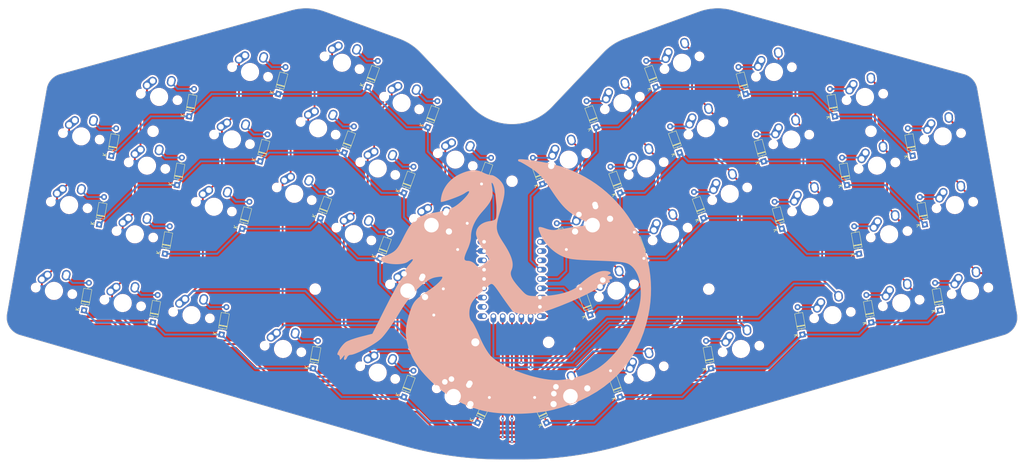
<source format=kicad_pcb>
(kicad_pcb (version 20221018) (generator pcbnew)
  (layers (0 "F.Cu" signal) (31 "B.Cu" signal) (34 "B.Paste" user) (35 "F.Paste" user) (36 "B.SilkS" user "B.Silkscreen") (37 "F.SilkS" user "F.Silkscreen") (38 "B.Mask" user) (39 "F.Mask" user) (44 "Edge.Cuts" user))
  (net 0 "")
  (net 1 "L1")
  (net 2 "Net-(D1-A)")
  (net 3 "Net-(D2-A)")
  (net 4 "Net-(D3-A)")
  (net 5 "Net-(D4-A)")
  (net 6 "Net-(D5-A)")
  (net 7 "Net-(D6-A)")
  (net 8 "L5")
  (net 9 "Net-(D7-A)")
  (net 10 "Net-(D8-A)")
  (net 11 "Net-(D9-A)")
  (net 12 "Net-(D10-A)")
  (net 13 "Net-(D11-A)")
  (net 14 "Net-(D12-A)")
  (net 15 "L2")
  (net 16 "Net-(D13-A)")
  (net 17 "Net-(D14-A)")
  (net 18 "Net-(D15-A)")
  (net 19 "Net-(D16-A)")
  (net 20 "Net-(D17-A)")
  (net 21 "Net-(D18-A)")
  (net 22 "L6")
  (net 23 "Net-(D19-A)")
  (net 24 "Net-(D20-A)")
  (net 25 "Net-(D21-A)")
  (net 26 "Net-(D22-A)")
  (net 27 "Net-(D23-A)")
  (net 28 "Net-(D24-A)")
  (net 29 "L3")
  (net 30 "Net-(D25-A)")
  (net 31 "Net-(D26-A)")
  (net 32 "Net-(D27-A)")
  (net 33 "Net-(D28-A)")
  (net 34 "Net-(D29-A)")
  (net 35 "L7")
  (net 36 "Net-(D30-A)")
  (net 37 "Net-(D31-A)")
  (net 38 "Net-(D32-A)")
  (net 39 "Net-(D33-A)")
  (net 40 "Net-(D34-A)")
  (net 41 "L4")
  (net 42 "Net-(D35-A)")
  (net 43 "Net-(D36-A)")
  (net 44 "Net-(D37-A)")
  (net 45 "Net-(D38-A)")
  (net 46 "Net-(D39-A)")
  (net 47 "Net-(D40-A)")
  (net 48 "L8")
  (net 49 "Net-(D41-A)")
  (net 50 "Net-(D42-A)")
  (net 51 "Net-(D43-A)")
  (net 52 "Net-(D44-A)")
  (net 53 "Net-(D45-A)")
  (net 54 "Net-(D46-A)")
  (net 55 "C1")
  (net 56 "C2")
  (net 57 "C3")
  (net 58 "C4")
  (net 59 "C5")
  (net 60 "C6")
  (net 68 "GND")
  (footprint "Diode_THT:D_DO-35_SOD27_P7.62mm_Horizontal" (layer "F.Cu") (at 164.256922 128.197315 70)
    (fp_text reference "D16" hide)
    (fp_text value "1N4148" hide)
  )
  (footprint "_mx:MX-Alps-Hybrid-1U" (layer "F.Cu") (at 231.98154 147.99573 20)
    (fp_text reference "MX19")
    (fp_text value "MX")
  )
  (footprint "_mx:MX-Alps-Hybrid-1U" (layer "F.Cu") (at 166.859574 150.430819 -20)
    (fp_text reference "MX28")
    (fp_text value "MX")
  )
  (footprint "Diode_THT:D_DO-35_SOD27_P7.62mm_Horizontal" (layer "F.Cu") (at 115.301739 155.817762 80)
    (fp_text reference "D25" hide)
    (fp_text value "1N4148" hide)
  )
  (footprint "Diode_THT:D_DO-35_SOD27_P7.62mm_Horizontal" (layer "F.Cu") (at 200.601887 201.977457 65)
    (fp_text reference "D40" hide)
    (fp_text value "1N4148" hide)
  )
  (footprint "Diode_THT:D_DO-35_SOD27_P7.62mm_Horizontal" (layer "F.Cu") (at 264.276864 187.124992 100)
    (fp_text reference "D43" hide)
    (fp_text value "1N4148" hide)
  )
  (footprint "Diode_THT:D_DO-35_SOD27_P7.62mm_Horizontal" (layer "F.Cu") (at 278.691849 130.572678 105)
    (fp_text reference "D22" hide)
    (fp_text value "1N4148" hide)
  )
  (footprint "Diode_THT:D_DO-35_SOD27_P7.62mm_Horizontal" (layer "F.Cu") (at 188.657114 172.555285 70)
    (fp_text reference "D29" hide)
    (fp_text value "1N4148" hide)
  )
  (footprint "Diode_THT:D_DO-35_SOD27_P7.62mm_Horizontal" (layer "F.Cu") (at 239.470806 139.188084 110)
    (fp_text reference "D20" hide)
    (fp_text value "1N4148" hide)
  )
  (footprint "Diode_THT:D_DO-35_SOD27_P7.62mm_Horizontal" (layer "F.Cu") (at 224.827403 154.65414 110)
    (fp_text reference "D19" hide)
    (fp_text value "1N4148" hide)
  )
  (footprint "MountingHole:MountingHole_2.2mm_M2" (layer "F.Cu") (at 210 136)
    (fp_text reference "H3" hide)
    (fp_text value "MountingHole" hide)
  )
  (footprint "Diode_THT:D_DO-35_SOD27_P7.62mm_Horizontal" (layer "F.Cu") (at 195.172598 154.65414 70)
    (fp_text reference "D18" hide)
    (fp_text value "1N4148" hide)
  )
  (footprint "MountingHole:MountingHole_2.2mm_M2" (layer "F.Cu") (at 307.937936 122.361929)
    (fp_text reference "H7" hide)
    (fp_text value "MountingHole" hide)
  )
  (footprint "Diode_THT:D_DO-35_SOD27_P7.62mm_Horizontal" (layer "F.Cu") (at 262.258563 146.098459 110)
    (fp_text reference "D32" hide)
    (fp_text value "1N4148" hide)
  )
  (footprint "_mx:MX-Alps-Hybrid-1U" (layer "F.Cu") (at 194.055292 194.72086 -25)
    (fp_text reference "MX40")
    (fp_text value "MX")
  )
  (footprint "_mx:MX-Alps-Hybrid-1U" (layer "F.Cu") (at 147.521466 181.81004 -10)
    (fp_text reference "MX38")
    (fp_text value "MX")
  )
  (footprint "_mx:MX-Alps-Hybrid-1U" (layer "F.Cu") (at 291.329583 142.964015 15)
    (fp_text reference "MX33")
    (fp_text value "MX")
  )
  (footprint "Diode_THT:D_DO-35_SOD27_P7.62mm_Horizontal" (layer "F.Cu") (at 232.955322 121.28694 110)
    (fp_text reference "D8" hide)
    (fp_text value "1N4148" hide)
  )
  (footprint "_mx:MX-Alps-Hybrid-1U" (layer "F.Cu") (at 194.533944 130.094586 -20)
    (fp_text reference "MX6")
    (fp_text value "MX")
  )
  (footprint "_mx:MX-Alps-Hybrid-1U" (layer "F.Cu") (at 327.525523 123.744078 10)
    (fp_text reference "MX12")
    (fp_text value "MX")
  )
  (footprint "_mx:MX-Alps-Hybrid-1U" (layer "F.Cu") (at 225.466056 130.094586 20)
    (fp_text reference "MX7")
    (fp_text value "MX")
  )
  (footprint "Diode_THT:D_DO-35_SOD27_P7.62mm_Horizontal" (layer "F.Cu") (at 100.676148 129.05903 80)
    (fp_text reference "D1" hide)
    (fp_text value "1N4148" hide)
  )
  (footprint "_mx:MX-Alps-Hybrid-1U" (layer "F.Cu") (at 246.624942 132.529674 20)
    (fp_text reference "MX20")
    (fp_text value "MX")
  )
  (footprint "Diode_THT:D_DO-35_SOD27_P7.62mm_Horizontal" (layer "F.Cu") (at 245.986289 157.089229 110)
    (fp_text reference "D31" hide)
    (fp_text value "1N4148" hide)
  )
  (footprint "_mx:MX-Alps-Hybrid-1U" (layer "F.Cu") (at 122.552658 172.571396 -10)
    (fp_text reference "MX37")
    (fp_text value "MX")
  )
  (footprint "_mx:MX-Alps-Hybrid-1U" (layer "F.Cu") (at 286.2 124.6 15)
    (fp_text reference "MX22")
    (fp_text value "MX")
  )
  (footprint "_mx:MX-Alps-Hybrid-1U" (layer "F.Cu") (at 85.031482 165.955401 -10)
    (fp_text reference "MX35")
    (fp_text value "MX")
  )
  (footprint "Diode_THT:D_DO-35_SOD27_P7.62mm_Horizontal" (layer "F.Cu") (at 308.006261 174.57835 100)
    (fp_text reference "D45" hide)
    (fp_text value "1N4148" hide)
  )
  (footprint "Diode_THT:D_DO-35_SOD27_P7.62mm_Horizontal" (layer "F.Cu") (at 326.766848 171.270352 100)
    (fp_text reference "D46" hide)
    (fp_text value "1N4148" hide)
  )
  (footprint "_mx:MX-Alps-Hybrid-1U" (layer "F.Cu") (at 133.60092 124.563128 -15)
    (fp_text reference "MX15")
    (fp_text value "MX")
  )
  (footprint "Diode_THT:D_DO-35_SOD27_P7.62mm_Horizontal" (layer "F.Cu") (at 239.487242 194.931715 110)
    (fp_text reference "D42" hide)
    (fp_text value "1N4148" hide)
  )
  (footprint "Diode_THT:D_DO-35_SOD27_P7.62mm_Horizontal" (layer "F.Cu") (at 146.238655 112.171791 75)
    (fp_text reference "D3" hide)
    (fp_text value "1N4148" hide)
  )
  (footprint "Diode_THT:D_DO-35_SOD27_P7.62mm_Horizontal" (layer "F.Cu") (at 130.754328 177.886348 80)
    (fp_text reference "D37" hide)
    (fp_text value "1N4148" hide)
  )
  (footprint "Diode_THT:D_DO-35_SOD27_P7.62mm_Horizontal" (layer "F.Cu") (at 118.609736 137.057174 80)
    (fp_text reference "D14" hide)
    (fp_text value "1N4148" hide)
  )
  (footprint "_mx:MX-Alps-Hybrid-1U" (layer "F.Cu") (at 150.587301 139.440049 -20)
    (fp_text reference "MX27")
    (fp_text value "MX")
  )
  (footprint "_mx:MX-Alps-Hybrid-1U" (layer "F.Cu") (at 312.899933 150.502811 10)
    (fp_text reference "MX34")
    (fp_text value "MX")
  )
  (footprint "_mx:MX-Alps-Hybrid-1U" (layer "F.Cu") (at 334.968518 165.955401 10)
    (fp_text reference "MX46")
    (fp_text value "MX")
  )
  (footprint "_mx:MX-Alps-Hybrid-1U" (layer "F.Cu") (at 103.79207 169.263398 -10)
    (fp_text reference "MX36")
    (fp_text value "MX")
  )
  (footprint "Diode_THT:D_DO-35_SOD27_P7.62mm_Horizontal" (layer "F.Cu") (at 218.311919 136.752996 110)
    (fp_text reference "D7" hide)
    (fp_text value "1N4148" hide)
  )
  (footprint "Diode_THT:D_DO-35_SOD27_P7.62mm_Horizontal" (layer "F.Cu") (at 187.044679 121.28694 70)
    (fp_text reference "D5" hide)
    (fp_text value "1N4148" hide)
  )
  (footprint "MountingHole:MountingHole_2.2mm_M2" (layer "F.Cu") (at 263.695312 165.467571)
    (fp_text reference "H6" hide)
    (fp_text value "MountingHole" hide)
  )
  (footprint "_mx:MX-Alps-Hybrid-1U" (layer "F.Cu") (at 173.358622 188.273305 -20)
    (fp_text reference "MX39")
    (fp_text value "MX")
  )
  (footprint "MountingHole:MountingHole_2.2mm_M2" (layer "F.Cu") (at 200 180)
    (fp_text reference "H1" hide)
    (fp_text value "MountingHole" hide)
  )
  (footprint "MountingHole:MountingHole_2.2mm_M2" (layer "F.Cu") (at 220 180)
    (fp_text reference "H5" hide)
    (fp_text value "MountingHole" hide)
  )
  (footprint "Diode_THT:D_DO-35_SOD27_P7.62mm_Horizontal" (layer "F.Cu") (at 298.082267 118.296587 100)
    (fp_text reference "D11" hide)
    (fp_text value "1N4148" hide)
  )
  (footprint "_mx:MX-Alps-Hybrid-1U" (layer "F.Cu") (at 188.01846 147.99573 -20)
    (fp_text reference "MX18")
    (fp_text value "MX")
  )
  (footprint "Diode_THT:D_DO-35_SOD27_P7.62mm_Horizontal" (layer "F.Cu") (at 141.308152 130.572678 75)
    (fp_text reference "D15" hide)
    (fp_text value "1N4148" hide)
  )
  (footprint "MountingHole:MountingHole_2.2mm_M2" (layer "F.Cu") (at 112.062064 122.361929)
    (fp_text reference "H4" hide)
    (fp_text value "MountingHole" hide)
  )
  (footprint "Diode_THT:D_DO-35_SOD27_P7.62mm_Horizontal" (layer "F.Cu") (at 304.698263 155.817762 100)
    (fp_text reference "D34" hide)
    (fp_text value "1N4148" hide)
  )
  (footprint "Diode_THT:D_DO-35_SOD27_P7.62mm_Horizontal" (layer "F.Cu") (at 111.993741 174.57835 80)
    (fp_text reference "D36" hide)
    (fp_text value "1N4148" hide)
  )
  (footprint "_mx:MX-Alps-Hybrid-1U" (layer "F.Cu") (at 113.716063 112.981635 -10)
    (fp_text reference "MX2")
    (fp_text value "MX")
  )
  (footprint "_mx:MX-Alps-Hybrid-1U" (layer "F.Cu") (at 238.497024 165.896874 20)
    (fp_text reference "MX30")
    (fp_text value "MX")
  )
  (footprint "_mx:MX-Alps-Hybrid-1U" (layer "F.Cu") (at 316.20793 169.263398 10)
    (fp_text reference "MX45")
    (fp_text value "MX")
  )
  (footprint "Diode_THT:D_DO-35_SOD27_P7.62mm_Horizontal" (layer "F.Cu") (at 157.741438 146.098459 70)
    (fp_text reference "D27" hide)
    (fp_text value "1N4148" hide)
  )
  (footprint "Diode_THT:D_DO-35_SOD27_P7.62mm_Horizontal" (layer "F.Cu") (at 97.36815 147.819617 80)
    (fp_text reference "D13" hide)
    (fp_text value "1N4148" hide)
  )
  (footprint "_mx:MX-Alps-Hybrid-1U" (layer "F.Cu") (at 262.897216 121.538904 20)
    (fp_text reference "MX21")
    (fp_text value "MX")
  )
  (footprint "Diode_THT:D_DO-35_SOD27_P7.62mm_Horizontal" (layer "F.Cu") (at 174.013712 157.089229 70)
    (fp_text reference "D28" hide)
    (fp_text value "1N4148" hide)
  )
  (footprint "Diode_THT:D_DO-35_SOD27_P7.62mm_Horizontal" (layer "F.Cu") (at 322.631851 147.819617 100)
    (fp_text reference "D24" hide)
    (fp_text value "1N4148" hide)
  )
  (footprint "_mx:MX-Alps-Hybrid-1U" (layer "F.Cu") (at 107.100068 150.502811 -10)
    (fp_text reference "MX25")
    (fp_text value "MX")
  )
  (footprint "Diode_THT:D_DO-35_SOD27_P7.62mm_Horizontal" (layer "F.Cu") (at 301.390265 137.057174 100)
    (fp_text reference "D23" hide)
    (fp_text value "1N4148" hide)
  )
  (footprint "_mx:MX-Alps-Hybrid-1U" (layer "F.Cu") (at 297.447343 172.571396 10)
    (fp_text reference "MX44")
    (fp_text value "MX")
  )
  (footprint "_mx:MX-Alps-Hybrid-1U" (layer "F.Cu") (at 110.408066 131.742223 -10)
    (fp_text reference "MX14")
    (fp_text value "MX")
  )
  (footprint "_mx:MX-Alps-Hybrid-1U" (layer "F.Cu") (at 138.531423 106.162241 -15)
    (fp_text reference "MX3")
    (fp_text value "MX")
  )
  (footprint "Diode_THT:D_DO-35_SOD27_P7.62mm_Horizontal" (layer "F.Cu") (at 180.529195 139.188084 70)
    (fp_text reference "D17" hide)
    (fp_text value "1N4148" hide)
  )
  (footprint "_mx:MX-Alps-Hybrid-1U" (layer "F.Cu") (at 225.944708 194.72086 25)
    (fp_text reference "MX41")
    (fp_text value "MX")
  )
  (footprint "_mx:MX-Alps-Hybrid-1U" (layer "F.Cu") (at 128.670417 142.964015 -15)
    (fp_text reference "MX26")
    (fp_text value "MX")
  )
  (footprint "_mcu:rp2040-zero-tht" (layer "F.Cu") (at 210 162.7)
    (fp_text reference "U1" hide)
    (fp_text value "rp2040-zero" hide)
  )
  (footprint "Diode_THT:D_DO-35_SOD27_P7.62mm_Horizontal" (layer "F.Cu") (at 319.323853 129.05903 100)
    (fp_text reference "D12" hide)
    (fp_text value "1N4148" hide)
  )
  (footprint "_mx:MX-Alps-Hybrid-1U" (layer "F.Cu") (at 163.618268 103.63776 -20)
    (fp_text reference "MX4")
    (fp_text value "MX")
  )
  (footprint "_mx:MX-Alps-Hybrid-1U" (layer "F.Cu") (at 157.102784 121.538904 -20)
    (fp_text reference "MX16")
    (fp_text value "MX")
  )
  (footprint "Diode_THT:D_DO-35_SOD27_P7.62mm_Horizontal" (layer "F.Cu") (at 231.342887 172.555285 110)
    (fp_text reference "D30" hide)
    (fp_text value "1N4148" hide)
  )
  (footprint "Diode_THT:D_DO-35_SOD27_P7.62mm_Horizontal" (layer "F.Cu") (at 180.51276 194.931715 70)
    (fp_text reference "D39" hide)
    (fp_text value "1N4148" hide)
  )
  (footprint "Diode_THT:D_DO-35_SOD27_P7.62mm_Horizontal" (layer "F.Cu") (at 283.622352 148.973564 105)
    (fp_text reference "D33" hide)
    (fp_text value "1N4148" hide)
  )
  (footprint "_mx:MX-Alps-Hybrid-1U" (layer "F.Cu") (at 246.641378 188.273305 20)
    (fp_text reference "MX42")
    (fp_text value "MX")
  )
  (footprint "_mx:MX-Alps-Hybrid-1U" (layer "F.Cu") (at 92.474477 123.744078 -10)
    (fp_text reference "MX1")
    (fp_text value "MX")
  )
  (footprint "_mx:MX-Alps-Hybrid-1U" (layer "F.Cu") (at 269.4127 139.440049 20)
    (fp_text reference "MX32")
    (fp_text value "MX")
  )
  (footprint "Diode_THT:D_DO-35_SOD27_P7.62mm_Horizontal" (layer "F.Cu") (at 170.772406 110.29617 70)
    (fp_text reference "D4" hide)
    (fp_text value "1N4148" hide)
  )
  (footprint "Diode_THT:D_DO-35_SOD27_P7.62mm_Horizontal" (layer "F.Cu") (at 249.227595 110.29617 110)
    (fp_text reference "D9" hide)
    (fp_text value "1N4148" hide)
  )
  (footprint "Diode_THT:D_DO-35_SOD27_P7.62mm_Horizontal" (layer "F.Cu") (at 289.245673 177.886348 100)
    (fp_text reference "D44" hide)
    (fp_text value "1N4148" hide)
  )
  (footprint "Diode_THT:D_DO-35_SOD27_P7.62mm_Horizontal" (layer "F.Cu") (at 121.917734 118.296587 80)
    (fp_text reference "D2" hide)
    (fp_text value "1N4148" hide)
  )
  (footprint "_mx:MX-Alps-Hybrid-1U" (layer "F.Cu") (at 179.890542 114.62853 -20)
    (fp_text reference "MX5")
    (fp_text value "MX")
  )
  (footprint "_mx:MX-Alps-Hybrid-1U" (layer "F.Cu") (at 240.109459 114.62853 20)
    (fp_text reference "MX8")
    (fp_text value "MX")
  )
  (footprint "Diode_THT:D_DO-35_SOD27_P7.62mm_Horizontal" (layer "F.Cu") (at 273.761346 112.171791 105)
    (fp_text reference "D10" hide)
    (fp_text value "1N4148" hide)
  )
  (footprint "_mx:MX-Alps-Hybrid-1U" (layer "F.Cu") (at 330.833521 142.504666 10)
    (fp_text reference "MX24")
    (fp_text value "MX")
  )
  (footprint "_mx:MX-Alps-Hybrid-1U" (layer "F.Cu") (at 272.478534 181.81004 10)
    (fp_text reference "MX43")
    (fp_text value "MX")
  )
  (footprint "_mx:MX-Alps-Hybrid-1U" (layer "F.Cu") (at 306.283937 112.981635 10)
    (fp_text reference "MX11")
    (fp_text value "MX")
  )
  (footprint "_mx:MX-Alps-Hybrid-1U" (layer "F.Cu") (at 173.375058 132.529674 -20)
    (fp_text reference "MX17")
    (fp_text value "MX")
  )
  (footprint "MountingHole:MountingHole_2.2mm_M2" (layer "F.Cu") (at 156.304688 165.467571)
    (fp_text reference "H2" hide)
    (fp_text value "MountingHole" hide)
  )
  (footprint "_mx:MX-Alps-Hybrid-1U" (layer "F.Cu") (at 181.502977 165.896874 -20)
    (fp_text reference "MX29")
    (fp_text value "MX")
  )
  (footprint "_mx:MX-Alps-Hybrid-1U" (layer "F.Cu") (at 281.468578 106.162241 15)
    (fp_text reference "MX10")
    (fp_text value "MX")
  )
  (footprint "Diode_THT:D_DO-35_SOD27_P7.62mm_Horizontal" (layer "F.Cu") (at 155.723137 187.124992 80)
    (fp_text reference "D38" hide)
    (fp_text value "1N4148" hide)
  )
  (footprint "_mx:MX-Alps-Hybrid-1U" (layer "F.Cu") (at 256.381732 103.63776 20)
    (fp_text reference "MX9")
    (fp_text value "MX")
  )
  (footprint "_mx:MX-Alps-Hybrid-1U" (layer "F.Cu") (at 309.591935 131.742223 10)
    (fp_text reference "MX23")
    (fp_text value "MX")
  )
  (footprint "Diode_THT:D_DO-35_SOD27_P7.62mm_Horizontal" (layer "F.Cu") (at 201.688082 136.752996 70)
    (fp_text reference "D6" hide)
    (fp_text value "1N4148" hide)
  )
  (footprint "Diode_THT:D_DO-35_SOD27_P7.62mm_Horizontal" (layer "F.Cu") (at 255.743079 128.197315 110)
    (fp_text reference "D21" hide)
    (fp_text value "1N4148" hide)
  )
  (footprint "Diode_THT:D_DO-35_SOD27_P7.62mm_Horizontal" (layer "F.Cu") (at 219.398114 201.977457 115)
    (fp_text reference "D41" hide)
    (fp_text value "1N4148" hide)
  )
  (footprint "_mx:MX-Alps-Hybrid-1U" (layer "F.Cu") (at 89.16648 142.504666 -10)
    (fp_text reference "MX13")
    (fp_text value "MX")
  )
  (footprint "Diode_THT:D_DO-35_SOD27_P7.62mm_Horizontal" (layer "F.Cu") (at 136.377649 148.973564 75)
    (fp_text reference "D26" hide)
    (fp_text value "1N4148" hide)
  )
  (footprint "Diode_THT:D_DO-35_SOD27_P7.62mm_Horizontal" (layer "F.Cu") (at 93.233153 171.270352 80)
    (fp_text reference "D35" hide)
    (fp_text value "1N4148" hide)
  )
  (footprint "_mx:MX-Alps-Hybrid-1U" (layer "F.Cu") (at 253.140426 150.430819 20)
    (fp_text reference "MX31")
    (fp_text value "MX")
  )
  (gr_poly (pts (xy 212.373579 129.971126) (xy 212.509321 129.975029) (xy 212.659592 129.98257) (xy 212.82501 129.993796) (xy 213.006191 130.008754) (xy 213.203753 130.027489) (xy 213.650491 130.076482) (xy 214.170162 130.141147) (xy 214.767705 130.221858) (xy 215.448059 130.318987) (xy 216.216162 130.432909) (xy 217.076955 130.563995) (xy 218.035376 130.71262) (xy 219.880914 131.050359) (xy 221.686072 131.47928) (xy 223.448863 131.996532) (xy 225.167303 132.599265) (xy 226.839405 133.284628) (xy 228.463185 134.04977) (xy 230.036656 134.891841) (xy 231.557833 135.807988) (xy 233.02473 136.795363) (xy 234.435362 137.851114) (xy 235.787742 138.97239) (xy 237.079887 140.15634) (xy 238.309809 141.400115) (xy 239.475523 142.700862) (xy 240.575044 144.055731) (xy 241.606387 145.461872) (xy 242.567564 146.916434) (xy 243.456592 148.416565) (xy 244.271484 149.959416) (xy 245.010254 151.542135) (xy 245.670918 153.161871) (xy 246.251489 154.815774) (xy 246.749981 156.500994) (xy 247.164411 158.214679) (xy 247.49279 159.953978) (xy 247.733135 161.716041) (xy 247.88346 163.498017) (xy 247.941778 165.297056) (xy 247.906104 167.110305) (xy 247.774453 168.934916) (xy 247.54484 170.768036) (xy 247.215277 172.606816) (xy 246.62719 175.056086) (xy 245.897342 177.398755) (xy 245.026812 179.633742) (xy 244.01668 181.759972) (xy 242.868023 183.776364) (xy 241.581922 185.681842) (xy 240.159455 187.475327) (xy 238.601702 189.15574) (xy 236.909742 190.722005) (xy 235.084653 192.173041) (xy 233.127515 193.507772) (xy 231.039407 194.725119) (xy 228.821408 195.824004) (xy 226.474597 196.803349) (xy 224.000053 197.662076) (xy 221.398856 198.399106) (xy 220.301755 198.652239) (xy 219.137653 198.873749) (xy 217.917109 199.06353) (xy 216.650685 199.221476) (xy 215.348943 199.347482) (xy 214.022442 199.441443) (xy 212.681744 199.503253) (xy 211.337409 199.532807) (xy 210 199.53) (xy 208.680077 199.494726) (xy 207.3882 199.42688) (xy 206.134931 199.326356) (xy 204.930831 199.19305) (xy 203.78646 199.026855) (xy 202.712381 198.827667) (xy 201.719153 198.59538) (xy 201.719151 198.595382) (xy 201.71915 198.595385) (xy 201.719148 198.595388) (xy 201.719146 198.595391) (xy 201.719144 198.595393) (xy 201.719142 198.595396) (xy 201.71914 198.595398) (xy 201.719138 198.595401) (xy 201.719136 198.595403) (xy 201.719133 198.595404) (xy 201.719131 198.595406) (xy 201.719129 198.595407) (xy 201.719127 198.595409) (xy 201.719126 198.595409) (xy 201.719125 198.59541) (xy 201.719124 198.59541) (xy 201.719123 198.59541) (xy 201.719122 198.59541) (xy 200.627474 198.288658) (xy 199.558173 197.9464) (xy 198.510209 197.568008) (xy 197.482574 197.152858) (xy 196.474259 196.700324) (xy 195.484255 196.20978) (xy 194.511554 195.680601) (xy 193.555147 195.112161) (xy 192.614024 194.503835) (xy 191.687177 193.854996) (xy 190.773598 193.16502) (xy 189.872277 192.433281) (xy 188.982205 191.659152) (xy 188.102375 190.842009) (xy 187.231776 189.981226) (xy 186.3694 189.076176) (xy 185.858642 188.510969) (xy 185.377765 187.950546) (xy 184.925919 187.393337) (xy 184.502254 186.837771) (xy 184.105919 186.282276) (xy 183.736062 185.725281) (xy 183.391834 185.165215) (xy 183.072382 184.600507) (xy 182.776858 184.029587) (xy 182.504409 183.450882) (xy 182.254185 182.862823) (xy 182.025336 182.263836) (xy 181.817009 181.652353) (xy 181.628356 181.026801) (xy 181.458524 180.38561) (xy 181.306664 179.727208) (xy 181.215821 179.270824) (xy 181.142201 178.825597) (xy 181.086178 178.387908) (xy 181.048123 177.954138) (xy 181.028409 177.520671) (xy 181.027407 177.083886) (xy 181.045491 176.640166) (xy 181.083032 176.185893) (xy 181.140402 175.717447) (xy 181.217975 175.231212) (xy 181.316121 174.723568) (xy 181.435214 174.190897) (xy 181.575626 173.62958) (xy 181.737728 173.036) (xy 181.921894 172.406538) (xy 182.128495 171.737576) (xy 182.293308 171.231154) (xy 182.455648 170.769515) (xy 182.620258 170.347131) (xy 182.791878 169.958472) (xy 182.97525 169.59801) (xy 183.175117 169.260215) (xy 183.396218 168.93956) (xy 183.643298 168.630515) (xy 183.921096 168.327551) (xy 184.234355 168.02514) (xy 184.587816 167.717752) (xy 184.986221 167.399858) (xy 185.434312 167.065931) (xy 185.93683 166.710441) (xy 186.498517 166.327858) (xy 187.124115 165.912656) (xy 187.574519 165.609398) (xy 188.007119 165.304102) (xy 188.41963 164.999068) (xy 188.809764 164.696592) (xy 189.175236 164.398974) (xy 189.51376 164.108511) (xy 189.82305 163.827502) (xy 190.100818 163.558245) (xy 190.34478 163.303039) (xy 190.552648 163.064181) (xy 190.722137 162.84397) (xy 190.85096 162.644704) (xy 190.936831 162.468681) (xy 190.962946 162.390104) (xy 190.977465 162.3182) (xy 190.980103 162.253255) (xy 190.970574 162.195558) (xy 190.948592 162.145395) (xy 190.913872 162.103055) (xy 190.90419 162.096441) (xy 190.890342 162.090677) (xy 190.850615 162.081657) (xy 190.795614 162.075914) (xy 190.726265 162.073366) (xy 190.64349 162.073931) (xy 190.548213 162.07753) (xy 190.44136 162.084081) (xy 190.323853 162.093502) (xy 190.196617 162.105712) (xy 190.060576 162.120631) (xy 189.765773 162.158269) (xy 189.446837 162.205765) (xy 189.111161 162.262471) (xy 188.84593 162.319295) (xy 188.574293 162.395983) (xy 188.29657 162.492215) (xy 188.013081 162.607671) (xy 187.724144 162.742033) (xy 187.430079 162.894979) (xy 186.827844 163.255351) (xy 186.208931 163.686228) (xy 185.575894 164.185055) (xy 184.93129 164.749275) (xy 184.277675 165.376331) (xy 183.617603 166.063666) (xy 182.95363 166.808723) (xy 182.288311 167.608946) (xy 181.624203 168.461778) (xy 180.96386 169.364662) (xy 180.309838 170.315041) (xy 179.664693 171.310358) (xy 179.03098 172.348057) (xy 178.409933 173.367485) (xy 177.757174 174.387561) (xy 177.092238 175.381024) (xy 176.434657 176.32061) (xy 175.803964 177.179057) (xy 175.219693 177.929102) (xy 174.701377 178.543484) (xy 174.473056 178.791281) (xy 174.268548 178.994939) (xy 173.897958 179.319266) (xy 173.456979 179.664041) (xy 172.956347 180.023556) (xy 172.406802 180.392101) (xy 171.81908 180.763968) (xy 171.203919 181.133449) (xy 170.572057 181.494834) (xy 169.934232 181.842416) (xy 169.30118 182.170484) (xy 168.683639 182.473332) (xy 168.092348 182.74525) (xy 167.538043 182.980529) (xy 167.031463 183.173462) (xy 166.583344 183.318339) (xy 166.204425 183.409451) (xy 165.905443 183.44109) (xy 165.872325 183.441991) (xy 165.838942 183.444662) (xy 165.805354 183.44906) (xy 165.771617 183.455141) (xy 165.73779 183.462861) (xy 165.70393 183.472175) (xy 165.636346 183.495412) (xy 165.569326 183.524497) (xy 165.503336 183.559078) (xy 165.438837 183.598802) (xy 165.376293 183.643317) (xy 165.316167 183.692269) (xy 165.258923 183.745305) (xy 165.205023 183.802073) (xy 165.154932 183.862219) (xy 165.109111 183.92539) (xy 165.068025 183.991234) (xy 165.032137 184.059398) (xy 165.016287 184.09424) (xy 165.001909 184.129529) (xy 164.96593 184.217424) (xy 164.928051 184.299027) (xy 164.888537 184.374375) (xy 164.847655 184.443509) (xy 164.805668 184.506467) (xy 164.762842 184.563289) (xy 164.719443 184.614013) (xy 164.675735 184.658679) (xy 164.631983 184.697326) (xy 164.588454 184.729993) (xy 164.545411 184.756719) (xy 164.503121 184.777543) (xy 164.461848 184.792504) (xy 164.421857 184.801642) (xy 164.383414 184.804995) (xy 164.346784 184.802602) (xy 164.312232 184.794504) (xy 164.280024 184.780738) (xy 164.250423 184.761344) (xy 164.223696 184.736362) (xy 164.200108 184.705829) (xy 164.179924 184.669786) (xy 164.163409 184.628271) (xy 164.150828 184.581323) (xy 164.142447 184.528982) (xy 164.13853 184.471287) (xy 164.139343 184.408277) (xy 164.14515 184.33999) (xy 164.156219 184.266467) (xy 164.172812 184.187746) (xy 164.195196 184.103866) (xy 164.223635 184.014867) (xy 164.262097 183.900461) (xy 164.292975 183.801924) (xy 164.315976 183.719327) (xy 164.330808 183.652745) (xy 164.335068 183.625482) (xy 164.337177 183.602249) (xy 164.337096 183.583058) (xy 164.334789 183.567915) (xy 164.330221 183.556831) (xy 164.323353 183.549814) (xy 164.31415 183.546875) (xy 164.302575 183.548021) (xy 164.288591 183.553262) (xy 164.272162 183.562608) (xy 164.253251 183.576067) (xy 164.231821 183.593649) (xy 164.181258 183.641217) (xy 164.120181 183.705386) (xy 164.048297 183.786228) (xy 163.965312 183.883817) (xy 163.870933 183.998226) (xy 163.764868 184.129529) (xy 163.648053 184.274155) (xy 163.544079 184.399916) (xy 163.452193 184.506927) (xy 163.371641 184.595303) (xy 163.301669 184.665159) (xy 163.270415 184.693178) (xy 163.241523 184.71661) (xy 163.2149 184.735469) (xy 163.19045 184.749771) (xy 163.16808 184.759529) (xy 163.147696 184.764758) (xy 163.129203 184.765472) (xy 163.112506 184.761685) (xy 163.097513 184.753413) (xy 163.084128 184.740669) (xy 163.072258 184.723468) (xy 163.061807 184.701823) (xy 163.052682 184.675751) (xy 163.044789 184.645264) (xy 163.038034 184.610378) (xy 163.032321 184.571106) (xy 163.023649 184.479464) (xy 163.018019 184.370454) (xy 163.014677 184.244191) (xy 163.010564 184.162373) (xy 163.001655 184.082848) (xy 162.988204 184.00603) (xy 162.970463 183.932329) (xy 162.948687 183.862158) (xy 162.923127 183.795928) (xy 162.894038 183.734051) (xy 162.861672 183.676939) (xy 162.826283 183.625003) (xy 162.788123 183.578657) (xy 162.747446 183.538311) (xy 162.726243 183.520516) (xy 162.704505 183.504377) (xy 162.682265 183.489943) (xy 162.659553 183.477266) (xy 162.636402 183.466399) (xy 162.612843 183.457392) (xy 162.588908 183.450297) (xy 162.564628 183.445166) (xy 162.540036 183.442049) (xy 162.515162 183.440999) (xy 162.455842 183.433101) (xy 162.410113 183.409978) (xy 162.377443 183.372491) (xy 162.357298 183.321496) (xy 162.349148 183.257852) (xy 162.352457 183.182419) (xy 162.366695 183.096053) (xy 162.391327 182.999615) (xy 162.425821 182.893962) (xy 162.469645 182.779952) (xy 162.583149 182.530299) (xy 162.727577 182.257523) (xy 162.898667 181.968491) (xy 163.092156 181.670072) (xy 163.303783 181.369134) (xy 163.529284 181.072544) (xy 163.764398 180.78717) (xy 164.004863 180.51988) (xy 164.246416 180.277541) (xy 164.366269 180.167875) (xy 164.484796 180.067023) (xy 164.601463 179.975842) (xy 164.715738 179.895192) (xy 164.83634 179.821557) (xy 164.98488 179.742083) (xy 165.159256 179.657518) (xy 165.357362 179.56861) (xy 165.816352 179.380759) (xy 166.345017 179.184519) (xy 166.926523 178.985877) (xy 167.544038 178.790819) (xy 168.180728 178.605333) (xy 168.819761 178.435406) (xy 171.896585 177.658917) (xy 175.366102 170.729718) (xy 176.782658 167.962534) (xy 178.074856 165.55042) (xy 178.629724 164.558533) (xy 179.099986 163.752636) (xy 179.467803 163.165136) (xy 179.715336 162.828442) (xy 179.805298 162.724684) (xy 179.893421 162.614552) (xy 179.97922 162.499011) (xy 180.062211 162.379028) (xy 180.141906 162.255569) (xy 180.217822 162.129598) (xy 180.289471 162.002083) (xy 180.35637 161.87399) (xy 180.418032 161.746283) (xy 180.473971 161.61993) (xy 180.523703 161.495896) (xy 180.566742 161.375147) (xy 180.602602 161.258649) (xy 180.630798 161.147367) (xy 180.650844 161.042269) (xy 180.662255 160.944319) (xy 180.675938 160.844271) (xy 180.702658 160.733021) (xy 180.741705 160.611741) (xy 180.792369 160.481605) (xy 180.853938 160.343786) (xy 180.925702 160.199457) (xy 181.006951 160.04979) (xy 181.096975 159.89596) (xy 181.195063 159.73914) (xy 181.300505 159.580501) (xy 181.41259 159.421218) (xy 181.530608 159.262463) (xy 181.653848 159.105409) (xy 181.7816 158.95123) (xy 181.913154 158.801099) (xy 182.047799 158.656188) (xy 182.286197 158.399599) (xy 182.486788 158.167857) (xy 182.650089 157.961768) (xy 182.776618 157.782135) (xy 182.826254 157.702492) (xy 182.866892 157.629765) (xy 182.898595 157.564055) (xy 182.921429 157.505461) (xy 182.935457 157.454086) (xy 182.940746 157.410029) (xy 182.937358 157.373391) (xy 182.92536 157.344273) (xy 182.904816 157.322775) (xy 182.87579 157.308999) (xy 182.838347 157.303043) (xy 182.792552 157.30501) (xy 182.738469 157.314999) (xy 182.676164 157.333112) (xy 182.605701 157.359449) (xy 182.527144 157.39411) (xy 182.440558 157.437196) (xy 182.346008 157.488808) (xy 182.133275 157.618011) (xy 181.889462 157.782525) (xy 181.615086 157.983153) (xy 181.480137 158.075342) (xy 181.328741 158.160751) (xy 181.161927 158.239413) (xy 180.980724 158.311362) (xy 180.579271 158.43526) (xy 180.132617 158.532716) (xy 179.648997 158.604005) (xy 179.136646 158.649397) (xy 178.603798 158.669167) (xy 178.05869 158.663586) (xy 177.509557 158.632928) (xy 176.964633 158.577466) (xy 176.432154 158.497471) (xy 175.920354 158.393218) (xy 175.43747 158.264978) (xy 174.991735 158.113024) (xy 174.591386 157.937629) (xy 174.410804 157.841226) (xy 174.244657 157.739066) (xy 174.048568 157.607791) (xy 173.87594 157.488999) (xy 173.726474 157.38213) (xy 173.599872 157.286627) (xy 173.495836 157.201934) (xy 173.414068 157.127491) (xy 173.381441 157.093939) (xy 173.35427 157.062741) (xy 173.345536 157.051132) (xy 197.033025 157.051132) (xy 197.033463 157.141535) (xy 197.041183 157.224309) (xy 197.056199 157.299732) (xy 197.078523 157.368082) (xy 197.108168 157.429637) (xy 197.145148 157.484672) (xy 197.189476 157.533467) (xy 197.241164 157.576297) (xy 197.300226 157.613442) (xy 197.366675 157.645177) (xy 197.440524 157.671781) (xy 197.610474 157.710705) (xy 197.81018 157.732431) (xy 198.039748 157.73918) (xy 198.153696 157.743943) (xy 198.272905 157.757916) (xy 198.396397 157.780629) (xy 198.523195 157.811612) (xy 198.65232 157.850394) (xy 198.782796 157.896504) (xy 198.913644 157.949472) (xy 199.043888 158.008826) (xy 199.172548 158.074097) (xy 199.298648 158.144813) (xy 199.42121 158.220504) (xy 199.539256 158.3007) (xy 199.651809 158.384929) (xy 199.75789 158.472721) (xy 199.856523 158.563605) (xy 199.94673 158.657111) (xy 200.129702 158.857713) (xy 200.293508 159.031125) (xy 200.369348 159.107538) (xy 200.441744 159.17704) (xy 200.511148 159.239591) (xy 200.578008 159.295153) (xy 200.642773 159.343688) (xy 200.705895 159.385159) (xy 200.767821 159.419526) (xy 200.829003 159.446752) (xy 200.889888 159.466799) (xy 200.950927 159.479627) (xy 201.01257 159.4852) (xy 201.075266 159.483479) (xy 201.139465 159.474426) (xy 201.205616 159.458002) (xy 201.274169 159.43417) (xy 201.345573 159.402891) (xy 201.420278 159.364127) (xy 201.498734 159.31784) (xy 201.58139 159.263991) (xy 201.668695 159.202543) (xy 201.761101 159.133458) (xy 201.859055 159.056697) (xy 202.073408 158.879994) (xy 202.315352 158.67213) (xy 202.588484 158.432799) (xy 202.588347 158.432814) (xy 203.853209 157.319594) (xy 202.014639 154.47499) (xy 201.821281 154.169336) (xy 201.634738 153.861625) (xy 201.285223 153.247077) (xy 200.972342 152.645448) (xy 200.702342 152.070839) (xy 200.585373 151.798073) (xy 200.481467 151.537349) (xy 200.391405 151.290432) (xy 200.315966 151.059082) (xy 200.255933 150.845062) (xy 200.212085 150.650136) (xy 200.185204 150.476066) (xy 200.17607 150.324614) (xy 200.180196 150.162517) (xy 200.192503 150.002987) (xy 200.212885 149.846125) (xy 200.241238 149.692028) (xy 200.277454 149.540796) (xy 200.321428 149.392528) (xy 200.373055 149.247321) (xy 200.432228 149.105276) (xy 200.498843 148.96649) (xy 200.572792 148.831063) (xy 200.65397 148.699093) (xy 200.742272 148.570679) (xy 200.837591 148.44592) (xy 200.939823 148.324915) (xy 201.04886 148.207763) (xy 201.164598 148.094561) (xy 201.28693 147.98541) (xy 201.415751 147.880408) (xy 201.550956 147.779654) (xy 201.692437 147.683246) (xy 201.84009 147.591283) (xy 201.993808 147.503865) (xy 202.153486 147.421089) (xy 202.319018 147.343056) (xy 202.490299 147.269862) (xy 202.667222 147.201608) (xy 202.849682 147.138393) (xy 203.037573 147.080314) (xy 203.230789 147.027471) (xy 203.429224 146.979962) (xy 203.632773 146.937886) (xy 203.84133 146.901343) (xy 204.148241 146.85082) (xy 204.41938 146.801796) (xy 204.657079 146.751898) (xy 204.863671 146.698755) (xy 204.956031 146.670225) (xy 205.041489 146.639994) (xy 205.120336 146.607765) (xy 205.192865 146.573242) (xy 205.259366 146.536128) (xy 205.320131 146.496126) (xy 205.375451 146.452941) (xy 205.42562 146.406276) (xy 205.470927 146.355833) (xy 205.511664 146.301317) (xy 205.548123 146.242431) (xy 205.580596 146.178878) (xy 205.609374 146.110362) (xy 205.634749 146.036586) (xy 205.657012 145.957253) (xy 205.676455 145.872068) (xy 205.708045 145.682953) (xy 205.731854 145.466868) (xy 205.750214 145.22144) (xy 205.765456 144.944298) (xy 205.779829 144.591608) (xy 205.789183 144.226363) (xy 205.793606 143.859147) (xy 205.793186 143.500544) (xy 205.788009 143.161136) (xy 205.778164 142.851507) (xy 205.763738 142.58224) (xy 205.744818 142.363918) (xy 205.61313 141.134336) (xy 205.440489 139.467098) (xy 205.390242 139.053762) (xy 205.324612 138.637583) (xy 205.246378 138.229855) (xy 205.158314 137.841875) (xy 205.063199 137.484936) (xy 204.963809 137.170334) (xy 204.913379 137.032439) (xy 204.862921 136.909364) (xy 204.812783 136.802521) (xy 204.763312 136.713322) (xy 204.700073 136.613959) (xy 204.671158 136.571566) (xy 204.644035 136.534089) (xy 204.618695 136.501572) (xy 204.59513 136.474058) (xy 204.57333 136.451591) (xy 204.553289 136.434213) (xy 204.534996 136.421968) (xy 204.518444 136.414899) (xy 204.510818 136.413319) (xy 204.503623 136.41305) (xy 204.49686 136.414096) (xy 204.490527 136.416463) (xy 204.484622 136.420157) (xy 204.479145 136.425182) (xy 204.469469 136.439251) (xy 204.461492 136.458712) (xy 204.455203 136.483608) (xy 204.450596 136.513984) (xy 204.447661 136.549882) (xy 204.446389 136.591346) (xy 204.446773 136.638419) (xy 204.448803 136.691143) (xy 204.452472 136.749563) (xy 204.464689 136.883663) (xy 204.483356 137.041063) (xy 204.508405 137.22211) (xy 204.539768 137.427149) (xy 204.577376 137.656529) (xy 204.646825 138.118563) (xy 204.69343 138.553788) (xy 204.715554 138.966397) (xy 204.711561 139.360579) (xy 204.679813 139.740526) (xy 204.653019 139.926472) (xy 204.618673 140.11043) (xy 204.57657 140.292925) (xy 204.526506 140.474481) (xy 204.468276 140.655622) (xy 204.401675 140.836871) (xy 204.326498 141.018753) (xy 204.242542 141.201791) (xy 204.047472 141.573432) (xy 203.814826 141.955985) (xy 203.54297 142.353641) (xy 203.230266 142.770592) (xy 202.875077 143.211028) (xy 202.475767 143.679141) (xy 202.030699 144.179123) (xy 201.632861 144.632044) (xy 201.262126 145.082415) (xy 200.918289 145.530696) (xy 200.601141 145.977351) (xy 200.310476 146.42284) (xy 200.046088 146.867626) (xy 199.807768 147.312169) (xy 199.59531 147.756931) (xy 199.408507 148.202375) (xy 199.247151 148.648961) (xy 199.111037 149.097151) (xy 198.999956 149.547408) (xy 198.913703 150.000191) (xy 198.852069 150.455965) (xy 198.814848 150.915189) (xy 198.801833 151.378325) (xy 198.796863 151.51217) (xy 198.78279 151.662629) (xy 198.760082 151.828054) (xy 198.729205 152.006798) (xy 198.690626 152.197214) (xy 198.644812 152.397655) (xy 198.59223 152.606473) (xy 198.533346 152.822022) (xy 198.39854 153.266724) (xy 198.24413 153.718583) (xy 198.16074 153.943078) (xy 198.073849 154.164421) (xy 197.983924 154.380966) (xy 197.891432 154.591063) (xy 197.684065 155.055506) (xy 197.505095 155.4739) (xy 197.354626 155.848465) (xy 197.232763 156.181421) (xy 197.139611 156.474986) (xy 197.075274 156.731381) (xy 197.039856 156.952824) (xy 197.033025 157.051132) (xy 173.345536 157.051132) (xy 173.332516 157.033827) (xy 173.316143 157.007127) (xy 173.305113 156.982571) (xy 173.29939 156.96009) (xy 173.298935 156.939614) (xy 173.303712 156.921074) (xy 173.313683 156.904399) (xy 173.328812 156.88952) (xy 173.34906 156.876368) (xy 173.37439 156.864872) (xy 173.404766 156.854962) (xy 173.44015 156.84657) (xy 173.525792 156.834058) (xy 173.631019 156.826778) (xy 173.755533 156.824172) (xy 173.856167 156.81892) (xy 173.973991 156.804129) (xy 174.107542 156.780288) (xy 174.255357 156.747887) (xy 174.415973 156.707414) (xy 174.587927 156.659359) (xy 174.769756 156.604212) (xy 174.959997 156.542462) (xy 175.359863 156.401109) (xy 175.77582 156.239216) (xy 176.196165 156.060697) (xy 176.404325 155.966427) (xy 176.609193 155.869467) (xy 176.907889 155.719978) (xy 177.183719 155.570473) (xy 177.439495 155.417646) (xy 177.678029 155.25819) (xy 177.902131 155.088799) (xy 178.00965 154.999344) (xy 178.114614 154.906166) (xy 178.217377 154.80885) (xy 178.318289 154.706984) (xy 178.417702 154.600154) (xy 178.515967 154.487947) (xy 178.71046 154.245748) (xy 178.90458 153.977081) (xy 179.101136 153.678639) (xy 179.302943 153.347115) (xy 179.512809 152.979202) (xy 179.733548 152.571595) (xy 179.96797 152.120986) (xy 180.218888 151.624068) (xy 180.703849 150.669209) (xy 181.159367 149.814676) (xy 181.594652 149.05341) (xy 182.018918 148.37835) (xy 182.441377 147.782438) (xy 182.654806 147.511955) (xy 182.871239 147.258613) (xy 183.091825 147.021527) (xy 183.317717 146.799816) (xy 183.550066 146.592597) (xy 183.790024 146.398987) (xy 184.038741 146.218105) (xy 184.29737 146.049068) (xy 184.567063 145.890993) (xy 184.848969 145.742998) (xy 185.144242 145.604201) (xy 185.454032 145.473718) (xy 186.121772 145.234169) (xy 186.861399 145.01729) (xy 187.682126 144.816022) (xy 188.593166 144.623307) (xy 189.60373 144.432083) (xy 190.248271 144.30987) (xy 190.846872 144.184474) (xy 191.403681 144.053877) (xy 191.922846 143.916056) (xy 192.408515 143.768994) (xy 192.864837 143.610669) (xy 193.295959 143.439061) (xy 193.706031 143.252152) (xy 194.099201 143.04792) (xy 194.479616 142.824345) (xy 194.851425 142.579408) (xy 195.218776 142.311089) (xy 195.585818 142.017367) (xy 195.956698 141.696223) (xy 196.335566 141.345637) (xy 196.726569 140.963588) (xy 197.066455 140.614598) (xy 197.365937 140.288856) (xy 197.624589 139.988379) (xy 197.841986 139.715181) (xy 198.017702 139.471277) (xy 198.151314 139.258682) (xy 198.242394 139.079412) (xy 198.271852 139.002903) (xy 198.290518 138.93548) (xy 198.298339 138.877397) (xy 198.295261 138.828903) (xy 198.281232 138.790252) (xy 198.256198 138.761695) (xy 198.220105 138.743484) (xy 198.172902 138.735871) (xy 198.114534 138.739107) (xy 198.044949 138.753446) (xy 197.964094 138.779137) (xy 197.871914 138.816434) (xy 197.653372 138.926852) (xy 197.388896 139.086714) (xy 197.078063 139.298034) (xy 196.850332 139.442508) (xy 196.550774 139.605376) (xy 196.189768 139.782813) (xy 195.77769 139.970996) (xy 194.841831 140.364301) (xy 193.826219 140.754699) (xy 192.813875 141.111596) (xy 191.88782 141.404399) (xy 191.483095 141.517206) (xy 191.131076 141.602516) (xy 190.842139 141.656507) (xy 190.626664 141.675354) (xy 190.616624 141.673413) (xy 190.60748 141.667654) (xy 190.599226 141.658173) (xy 190.591855 141.645063) (xy 190.585362 141.628421) (xy 190.579741 141.608341) (xy 190.574985 141.584918) (xy 190.571089 141.558249) (xy 190.565853 141.495547) (xy 190.563984 141.420998) (xy 190.565434 141.335361) (xy 190.570157 141.239398) (xy 190.578103 141.133869) (xy 190.589225 141.019535) (xy 190.603476 140.897158) (xy 190.620808 140.767498) (xy 190.641173 140.631316) (xy 190.664522 140.489372) (xy 190.690809 140.342429) (xy 190.719986 140.191246) (xy 190.832968 139.710358) (xy 190.977615 139.236525) (xy 191.15286 138.771047) (xy 191.357639 138.315225) (xy 191.590887 137.87036) (xy 191.851537 137.437753) (xy 192.138524 137.018706) (xy 192.450783 136.61452) (xy 192.787248 136.226496) (xy 193.146853 135.855934) (xy 193.528533 135.504137) (xy 193.931223 135.172405) (xy 194.353856 134.862039) (xy 194.795368 134.574341) (xy 195.254693 134.310611) (xy 195.730765 134.072151) (xy 196.234389 133.846391) (xy 196.718329 133.647598) (xy 197.183928 133.475683) (xy 197.632531 133.330557) (xy 198.065481 133.212132) (xy 198.484122 133.120319) (xy 198.889798 133.055029) (xy 199.283852 133.016174) (xy 199.667629 133.003665) (xy 200.042471 133.017414) (xy 200.409724 133.057331) (xy 200.77073 133.123328) (xy 201.126834 133.215317) (xy 201.479379 133.333208) (xy 201.829708 133.476913) (xy 202.179167 133.646344) (xy 202.317758 133.716185) (xy 202.461632 133.784067) (xy 202.609654 133.84964) (xy 202.760686 133.912552) (xy 203.067243 134.028984) (xy 203.372217 134.130553) (xy 203.52127 134.174885) (xy 203.666521 134.214447) (xy 203.806833 134.248886) (xy 203.941071 134.277852) (xy 204.068098 134.300993) (xy 204.186779 134.317958) (xy 204.295978 134.328394) (xy 204.39456 134.331951) (xy 204.442487 134.333706) (xy 204.493279 134.338912) (xy 204.602887 134.359333) (xy 204.722234 134.392529) (xy 204.850169 134.437811) (xy 204.985545 134.494491) (xy 205.127211 134.561882) (xy 205.274017 134.639295) (xy 205.424814 134.726042) (xy 205.578452 134.821437) (xy 205.733782 134.924791) (xy 205.889654 135.035416) (xy 206.044918 135.152625) (xy 206.198425 135.27573) (xy 206.349026 135.404042) (xy 206.49557 135.536874) (xy 206.636908 135.673538) (xy 206.785051 135.826298) (xy 206.92426 135.979643) (xy 207.054561 136.134029) (xy 207.175981 136.289913) (xy 207.288549 136.447753) (xy 207.392291 136.608005) (xy 207.487234 136.771127) (xy 207.573406 136.937576) (xy 207.650834 137.107808) (xy 207.719546 137.282281) (xy 207.779568 137.461452) (xy 207.830928 137.645777) (xy 207.873653 137.835715) (xy 207.90777 138.031721) (xy 207.933307 138.234253) (xy 207.950291 138.443768) (xy 207.958749 138.660724) (xy 207.958709 138.885576) (xy 207.950197 139.118782) (xy 207.933242 139.3608) (xy 207.907869 139.612086) (xy 207.874108 139.873097) (xy 207.781525 140.426123) (xy 207.655711 141.023534) (xy 207.496885 141.668987) (xy 207.305265 142.366139) (xy 207.081068 143.118644) (xy 206.512657 145.016217) (xy 206.292829 145.815108) (xy 206.116961 146.530038) (xy 205.985831 147.172985) (xy 205.90022 147.755925) (xy 205.860906 148.290836) (xy 205.86867 148.789695) (xy 205.89045 149.029348) (xy 205.924291 149.264479) (xy 206.02855 149.727165) (xy 206.182225 150.189732) (xy 206.386097 150.664155) (xy 206.640946 151.162412) (xy 206.94755 151.69648) (xy 207.30669 152.278337) (xy 207.719145 152.919959) (xy 208.133697 153.571256) (xy 208.508818 154.19043) (xy 208.844947 154.778993) (xy 209.142522 155.338459) (xy 209.401981 155.870344) (xy 209.623764 156.376161) (xy 209.808308 156.857423) (xy 209.956051 157.315646) (xy 210.067433 157.752342) (xy 210.142892 158.169027) (xy 210.182867 158.567214) (xy 210.187795 158.948417) (xy 210.158115 159.31415) (xy 210.094265 159.665927) (xy 209.996685 160.005263) (xy 209.865813 160.33367) (xy 209.815373 160.45284) (xy 209.772512 160.572702) (xy 209.737376 160.69354) (xy 209.71011 160.815633) (xy 209.690859 160.939264) (xy 209.679767 161.064712) (xy 209.676981 161.19226) (xy 209.682645 161.322188) (xy 209.696904 161.454779) (xy 209.719904 161.590311) (xy 209.75179 161.729068) (xy 209.792706 161.871331) (xy 209.842798 162.017379) (xy 209.902211 162.167495) (xy 209.97109 162.32196) (xy 210.049581 162.481055) (xy 210.137828 162.645061) (xy 210.235977 162.814259) (xy 210.344172 162.98893) (xy 210.462559 163.169356) (xy 210.730489 163.548597) (xy 211.040928 163.954229) (xy 211.395037 164.388504) (xy 211.793977 164.853669) (xy 212.238909 165.351975) (xy 212.730994 165.88567) (xy 212.9668 166.13509) (xy 213.183178 166.355104) (xy 213.385824 166.547539) (xy 213.483777 166.633986) (xy 213.580434 166.714223) (xy 213.676506 166.788478) (xy 213.772705 166.85698) (xy 213.869743 166.919957) (xy 213.968333 166.977637) (xy 214.069187 167.030249) (xy 214.173016 167.078021) (xy 214.280532 167.121181) (xy 214.392449 167.159958) (xy 214.509477 167.194579) (xy 214.632329 167.225274) (xy 214.761717 167.252269) (xy 214.898353 167.275795) (xy 215.042949 167.296078) (xy 215.196218 167.313348) (xy 215.35887 167.327832) (xy 215.531619 167.339759) (xy 215.910254 167.356855) (xy 216.337819 167.366461) (xy 216.82001 167.370404) (xy 217.362525 167.370511) (xy 218.216045 167.355875) (xy 219.06016 167.31646) (xy 219.891393 167.253154) (xy 220.706267 167.166843) (xy 221.501306 167.058415) (xy 222.273033 166.928756) (xy 223.017973 166.778754) (xy 223.732648 166.609296) (xy 224.413583 166.421268) (xy 225.057302 166.215557) (xy 225.660326 165.993051) (xy 226.219182 165.754637) (xy 226.730391 165.501201) (xy 227.190479 165.23363) (xy 227.595967 164.952813) (xy 227.943381 164.659634) (xy 228.484077 164.16028) (xy 229.013657 163.692133) (xy 229.531879 163.255334) (xy 230.038505 162.850022) (xy 230.533294 162.476335) (xy 231.016007 162.134412) (xy 231.486404 161.824393) (xy 231.944245 161.546418) (xy 232.38929 161.300624) (xy 232.8213 161.087151) (xy 233.240034 160.906139) (xy 233.645253 160.757726) (xy 234.036717 160.642051) (xy 234.414186 160.559255) (xy 234.777421 160.509474) (xy 235.126181 160.49285) (xy 235.433845 160.499676) (xy 235.715901 160.519451) (xy 235.971177 160.551122) (xy 236.198501 160.593634) (xy 236.396701 160.645934) (xy 236.564604 160.706967) (xy 236.636828 160.740429) (xy 236.701039 160.775679) (xy 236.757089 160.812586) (xy 236.804833 160.851018) (xy 236.844123 160.890842) (xy 236.874814 160.931928) (xy 236.896759 160.974143) (xy 236.909811 161.017355) (xy 236.913823 161.061434) (xy 236.90865 161.106247) (xy 236.894144 161.151662) (xy 236.87016 161.197548) (xy 236.83655 161.243773) (xy 236.793168 161.290205) (xy 236.739868 161.336713) (xy 236.676503 161.383164) (xy 236.602927 161.429427) (xy 236.518993 161.475371) (xy 236.424554 161.520863) (xy 236.319464 161.565772) (xy 236.288605 161.578642) (xy 236.260287 161.591324) (xy 236.234502 161.603807) (xy 236.211239 161.616081) (xy 236.190492 161.628136) (xy 236.17225 161.639962) (xy 236.156505 161.651548) (xy 236.143249 161.662885) (xy 236.132473 161.673962) (xy 236.124168 161.684768) (xy 236.118325 161.695294) (xy 236.114936 161.70553) (xy 236.113991 161.715465) (xy 236.115482 161.725088) (xy 236.119401 161.734391) (xy 236.125739 161.743362) (xy 236.134486 161.751992) (xy 236.145634 161.76027) (xy 236.159175 161.768185) (xy 236.1751 161.775729) (xy 236.193399 161.78289) (xy 236.214065 161.789659) (xy 236.237088 161.796024) (xy 236.26246 161.801977) (xy 236.290172 161.807506) (xy 236.320215 161.812602) (xy 236.35258 161.817254) (xy 236.38726 161.821452) (xy 236.463525 161.828447) (xy 236.548941 161.833502) (xy 236.626776 161.839597) (xy 236.70132 161.850507) (xy 236.772464 161.865904) (xy 236.8401 161.885459) (xy 236.904117 161.908843) (xy 236.964407 161.935729) (xy 237.020861 161.965788) (xy 237.073369 161.998691) (xy 237.121823 162.03411) (xy 237.166113 162.071716) (xy 237.20613 162.111182) (xy 237.241764 162.152178) (xy 237.272908 162.194376) (xy 237.29945 162.237447) (xy 237.321283 162.281064) (xy 237.338297 162.324898) (xy 237.350383 162.368619) (xy 237.357432 162.4119) (xy 237.359335 162.454413) (xy 237.355982 162.495828) (xy 237.347264 162.535818) (xy 237.333073 162.574054) (xy 237.313298 162.610207) (xy 237.287832 162.643949) (xy 237.256564 162.674951) (xy 237.219385 162.702885) (xy 237.176187 162.727424) (xy 237.12686 162.748237) (xy 237.071295 162.764996) (xy 237.009383 162.777374) (xy 236.941014 162.785042) (xy 236.86608 162.787671) (xy 236.841536 162.788271) (xy 236.818038 162.790052) (xy 236.795598 162.792984) (xy 236.77423 162.797038) (xy 236.753947 162.802185) (xy 236.734762 162.808394) (xy 236.716687 162.815637) (xy 236.699736 162.823885) (xy 236.683921 162.833107) (xy 236.669256 162.843275) (xy 236.655753 162.854359) (xy 236.643426 162.866329) (xy 236.632286 162.879156) (xy 236.622349 162.892812) (xy 236.613625 162.907265) (xy 236.606129 162.922488) (xy 236.599873 162.93845) (xy 236.59487 162.955122) (xy 236.591134 162.972475) (xy 236.588676 162.990479) (xy 236.58751 163.009105) (xy 236.58765 163.028324) (xy 236.589107 163.048106) (xy 236.591896 163.068421) (xy 236.596028 163.08924) (xy 236.601517 163.110535) (xy 236.608376 163.132274) (xy 236.616618 163.15443) (xy 236.626255 163.176972) (xy 236.637302 163.199872) (xy 236.649769 163.223099) (xy 236.663672 163.246625) (xy 236.677336 163.27015) (xy 236.689107 163.293378) (xy 236.699008 163.316277) (xy 236.707064 163.33882) (xy 236.713301 163.360975) (xy 236.717742 163.382715) (xy 236.720413 163.40401) (xy 236.721337 163.42483) (xy 236.720541 163.445145) (xy 236.718049 163.464927) (xy 236.713885 163.484146) (xy 236.708075 163.502772) (xy 236.700642 163.520777) (xy 236.691612 163.53813) (xy 236.681009 163.554803) (xy 236.668858 163.570765) (xy 236.655184 163.585988) (xy 236.640012 163.600442) (xy 236.623366 163.614098) (xy 236.605271 163.626926) (xy 236.585751 163.638896) (xy 236.564832 163.64998) (xy 236.542539 163.660148) (xy 236.518895 163.669371) (xy 236.493926 163.677619) (xy 236.467656 163.684862) (xy 236.44011 163.691072) (xy 236.411314 163.696219) (xy 236.38129 163.700273) (xy 236.350066 163.703205) (xy 236.317664 163.704986) (xy 236.28411 163.705586) (xy 236.246592 163.707909) (xy 236.202583 163.7148) (xy 236.095945 163.741835) (xy 235.965917 163.78578) (xy 235.814218 163.845725) (xy 235.642568 163.920759) (xy 235.452687 164.009972) (xy 235.246295 164.112452) (xy 235.025111 164.22729) (xy 234.790855 164.353575) (xy 234.545248 164.490395) (xy 234.026857 164.792003) (xy 233.483697 165.124829) (xy 232.929526 165.481587) (xy 232.334381 165.850315) (xy 231.613855 166.256356) (xy 229.861869 167.152835) (xy 227.803986 168.115937) (xy 225.570624 169.090574) (xy 223.292201 170.02166) (xy 221.099134 170.854106) (xy 219.121843 171.532828) (xy 218.254868 171.797326) (xy 217.490744 172.002736) (xy 216.987305 172.112333) (xy 216.461744 172.200746) (xy 215.920126 172.26842) (xy 215.368519 172.315802) (xy 214.812989 172.34334) (xy 214.259603 172.351479) (xy 213.714428 172.340667) (xy 213.183529 172.311351) (xy 212.672975 172.263976) (xy 212.188831 172.198991) (xy 211.737164 172.116841) (xy 211.324041 172.017973) (xy 210.955528 171.902834) (xy 210.637693 171.771872) (xy 210.376601 171.625532) (xy 210.26923 171.546735) (xy 210.17832 171.464261) (xy 210.10135 171.380069) (xy 210.001532 171.261908) (xy 209.739679 170.932322) (xy 209.405424 170.492784) (xy 209.011429 169.960578) (xy 208.570355 169.352986) (xy 208.094864 168.68729) (xy 207.597617 167.980775) (xy 207.091277 167.250722) (xy 206.289364 166.091513) (xy 205.959481 165.624106) (xy 205.670619 165.226356) (xy 205.418009 164.894406) (xy 205.19688 164.624398) (xy 205.002461 164.412478) (xy 204.829982 164.254787) (xy 204.75048 164.195073) (xy 204.674673 164.14747) (xy 204.601967 164.111496) (xy 204.531764 164.086669) (xy 204.463468 164.072507) (xy 204.396484 164.068528) (xy 204.330214 164.07425) (xy 204.264062 164.08919) (xy 204.197432 164.112867) (xy 204.129729 164.144799) (xy 203.988713 164.231498) (xy 203.836246 164.34543) (xy 203.667555 164.482739) (xy 202.75505 165.252841) (xy 201.938727 165.972525) (xy 201.217319 166.643097) (xy 200.589554 167.265868) (xy 200.310392 167.559736) (xy 200.054164 167.842145) (xy 199.820713 168.113257) (xy 199.609879 168.373236) (xy 199.421505 168.622246) (xy 199.25543 168.860451) (xy 199.111497 169.088013) (xy 198.989546 169.305096) (xy 198.841387 169.61819) (xy 198.713259 169.950743) (xy 198.605144 170.298465) (xy 198.517021 170.657068) (xy 198.448872 171.022262) (xy 198.400677 171.38976) (xy 198.372417 171.755271) (xy 198.364071 172.114507) (xy 198.375622 172.46318) (xy 198.407048 172.797) (xy 198.458332 173.111678) (xy 198.529453 173.402925) (xy 198.620392 173.666453) (xy 198.73113 173.897972) (xy 198.793917 174.000388) (xy 198.861647 174.093194) (xy 198.934316 174.175853) (xy 199.011923 174.24783) (xy 199.088126 174.323646) (xy 199.17746 174.434679) (xy 199.278812 174.578762) (xy 199.391069 174.753729) (xy 199.513117 174.957413) (xy 199.643844 175.187648) (xy 199.782136 175.442268) (xy 199.926878 175.719105) (xy 200.231264 176.330765) (xy 200.548095 177.005297) (xy 200.868464 177.725367) (xy 201.183463 178.473645) (xy 201.524223 179.263225) (xy 201.89861 180.052415) (xy 202.296128 180.823172) (xy 202.706282 181.55745) (xy 203.118576 182.237206) (xy 203.522514 182.844395) (xy 203.71807 183.115138) (xy 203.907601 183.360972) (xy 204.089796 183.579643) (xy 204.263342 183.768895) (xy 204.91796 184.37233) (xy 205.701808 184.973923) (xy 206.600703 185.568525) (xy 207.600461 186.150984) (xy 208.686896 186.716151) (xy 209.845825 187.258875) (xy 211.063064 187.774006) (xy 212.324427 188.256393) (xy 213.615731 188.700886) (xy 214.922791 189.102335) (xy 216.231423 189.455589) (xy 217.527443 189.755498) (xy 218.796666 189.996912) (xy 220.024908 190.17468) (xy 221.197984 190.283652) (xy 222.301711 190.318677) (xy 222.860695 190.30298) (xy 223.455665 190.260761) (xy 224.080979 190.193479) (xy 224.730994 190.102594) (xy 225.400069 189.989564) (xy 226.082562 189.855849) (xy 226.772832 189.702908) (xy 227.465235 189.5322) (xy 228.154131 189.345183) (xy 228.833878 189.143318) (xy 229.498833 188.928064) (xy 230.143355 188.700879) (xy 230.761801 188.463222) (xy 231.348531 188.216553) (xy 231.897902 187.962332) (xy 232.404273 187.702016) (xy 233.015546 187.349202) (xy 233.623975 186.958511) (xy 234.228466 186.53175) (xy 234.827931 186.070727) (xy 235.421279 185.577248) (xy 236.007418 185.053121) (xy 237.153711 183.920152) (xy 238.258085 182.686278) (xy 239.311817 181.365956) (xy 240.306181 179.973646) (xy 241.232453 178.523804) (xy 242.081909 177.03089) (xy 242.845824 175.509362) (xy 243.515475 173.973677) (xy 244.082136 172.438294) (xy 244.537084 170.91767) (xy 244.719939 170.167412) (xy 244.871593 169.426265) (xy 244.990957 168.696037) (xy 245.07694 167.978535) (xy 245.128451 167.275567) (xy 245.1444 166.58894) (xy 245.129296 165.910251) (xy 245.088827 165.251693) (xy 245.023453 164.614447) (xy 244.933633 163.999697) (xy 244.819825 163.408623) (xy 244.68249 162.842409) (xy 244.522085 162.302235) (xy 244.33907 161.789284) (xy 244.133904 161.304737) (xy 243.907046 160.849777) (xy 243.658956 160.425587) (xy 243.390092 160.033346) (xy 243.100913 159.674239) (xy 242.791879 159.349446) (xy 242.463448 159.06015) (xy 242.11608 158.807532) (xy 241.911008 158.683161) (xy 241.688567 158.569812) (xy 241.442491 158.466708) (xy 241.166518 158.373068) (xy 240.854382 158.288114) (xy 240.499819 158.211066) (xy 240.096565 158.141147) (xy 239.638356 158.077576) (xy 239.118927 158.019576) (xy 238.532014 157.966366) (xy 237.871353 157.917168) (xy 237.130679 157.871203) (xy 236.303729 157.827692) (xy 235.384238 157.785856) (xy 233.242575 157.704093) (xy 230.997037 157.61894) (xy 229.186001 157.530344) (xy 227.738567 157.428794) (xy 226.583834 157.304782) (xy 226.094074 157.23138) (xy 225.6509 157.148797) (xy 225.245451 157.055844) (xy 224.868864 156.951332) (xy 224.512277 156.834072) (xy 224.166826 156.702876) (xy 223.473883 156.39392) (xy 223.02308 156.162554) (xy 222.576499 155.904674) (xy 222.135963 155.622152) (xy 221.703296 155.31686) (xy 221.280321 154.990668) (xy 220.868862 154.64545) (xy 220.470742 154.283076) (xy 220.087783 153.905418) (xy 219.721811 153.514348) (xy 219.374647 153.111738) (xy 219.048116 152.69946) (xy 218.74404 152.279384) (xy 218.464244 151.853383) (xy 218.21055 151.423329) (xy 217.984782 150.991093) (xy 217.788763 150.558547) (xy 217.625293 150.160956) (xy 217.488225 149.810518) (xy 217.37893 149.505491) (xy 217.298777 149.244134) (xy 217.270056 149.129288) (xy 217.249135 149.024706) (xy 217.236183 148.930171) (xy 217.231372 148.845465) (xy 217.234873 148.770371) (xy 217.246858 148.704671) (xy 217.267497 148.648147) (xy 217.296962 148.600581) (xy 217.335424 148.561756) (xy 217.383053 148.531455) (xy 217.440022 148.509459) (xy 217.506501 148.495551) (xy 217.582661 148.489513) (xy 217.668674 148.491127) (xy 217.76471 148.500177) (xy 217.870941 148.516444) (xy 218.114672 148.569758) (xy 218.401235 148.64933) (xy 218.732 148.753417) (xy 219.108336 148.880278) (xy 219.4209 148.984835) (xy 219.71452 149.075244) (xy 219.994891 149.151455) (xy 220.26771 149.213416) (xy 220.538673 149.261075) (xy 220.813477 149.294381) (xy 221.097817 149.313282) (xy 221.39739 149.317727) (xy 221.717892 149.307664) (xy 222.065019 149.283042) (xy 222.444468 149.24381) (xy 222.861934 149.189915) (xy 223.323114 149.121306) (xy 223.833705 149.037932) (xy 225.0259 148.826682) (xy 225.854217 148.680438) (xy 226.687749 148.543114) (xy 228.280104 148.307502) (xy 228.993746 148.215354) (xy 229.622245 148.144402) (xy 230.143011 148.097717) (xy 230.533453 148.078368) (xy 230.791697 148.073439) (xy 231.012087 148.065445) (xy 231.192782 148.052378) (xy 231.267668 148.043315) (xy 231.331938 148.03223) (xy 231.385362 148.018873) (xy 231.427711 148.002993) (xy 231.458753 147.984338) (xy 231.478258 147.962659) (xy 231.483612 147.950606) (xy 231.485996 147.937702) (xy 231.481736 147.909219) (xy 231.465247 147.876957) (xy 231.436301 147.840667) (xy 231.394665 147.800095) (xy 231.34011 147.754993) (xy 231.272405 147.705108) (xy 231.19132 147.65019) (xy 230.988087 147.52425) (xy 230.728568 147.375166) (xy 230.41092 147.200928) (xy 230.033299 146.999529) (xy 229.090765 146.507216) (xy 228.388523 146.135021) (xy 227.739407 145.77313) (xy 227.136972 145.415285) (xy 226.574773 145.05523) (xy 226.046363 144.686706) (xy 225.545298 144.303456) (xy 225.065131 143.899224) (xy 224.599418 143.467752) (xy 224.141713 143.002782) (xy 223.685569 142.498058) (xy 223.224543 141.947322) (xy 222.752187 141.344317) (xy 222.262057 140.682786) (xy 221.747708 139.956471) (xy 221.202692 139.159116) (xy 220.620566 138.284462) (xy 219.866721 137.164519) (xy 219.518064 136.668108) (xy 219.184097 136.209607) (xy 218.861707 135.785669) (xy 218.547779 135.392947) (xy 218.239199 135.028093) (xy 217.932853 134.68776) (xy 217.625627 134.3686) (xy 217.314406 134.067268) (xy 216.996076 133.780414) (xy 216.667523 133.504692) (xy 216.325633 133.236754) (xy 215.967291 132.973254) (xy 215.589383 132.710843) (xy 215.188796 132.446175) (xy 214.62585 132.087442) (xy 214.08537 131.752775) (xy 213.580278 131.449499) (xy 213.123498 131.18494) (xy 212.727954 130.966421) (xy 212.406569 130.801268) (xy 212.172267 130.696804) (xy 212.09181 130.66962) (xy 212.03797 130.660355) (xy 212.018091 130.659793) (xy 211.998465 130.658124) (xy 211.979115 130.655376) (xy 211.960068 130.651576) (xy 211.941347 130.646753) (xy 211.922977 130.640934) (xy 211.904984 130.634146) (xy 211.887392 130.626416) (xy 211.870226 130.617773) (xy 211.853511 130.608244) (xy 211.837272 130.597857) (xy 211.821534 130.586639) (xy 211.806321 130.574617) (xy 211.791658 130.56182) (xy 211.777571 130.548275) (xy 211.764083 130.534009) (xy 211.751221 130.51905) (xy 211.739008 130.503425) (xy 211.72747 130.487163) (xy 211.716631 130.47029) (xy 211.706517 130.452834) (xy 211.697151 130.434823) (xy 211.68856 130.416285) (xy 211.680767 130.397247) (xy 211.673799 130.377736) (xy 211.667678 130.35778) (xy 211.662431 130.337406) (xy 211.658083 130.316643) (xy 211.654657 130.295518) (xy 211.65218 130.274058) (xy 211.650675 130.252291) (xy 211.650168 130.230244) (xy 211.653214 130.191095) (xy 211.662763 130.154977) (xy 211.679432 130.121938) (xy 211.69063 130.106588) (xy 211.70384 130.092024) (xy 211.736602 130.065282) (xy 211.778338 130.041758) (xy 211.829663 130.0215) (xy 211.891196 130.004553) (xy 211.963553 129.990964) (xy 212.047353 129.98078) (xy 212.143212 129.974048) (xy 212.251749 129.970815)) (fill solid) (layer "B.SilkS"))
  (gr_line (start 83.070319 110.70788) (end 72.204697 172.329884) (stroke (width 0.1)) (layer "Edge.Cuts"))
  (gr_arc (start 220.892331 115.704059) (mid 210 120.391101) (end 199.107669 115.704059) (stroke (width 0.1)) (layer "Edge.Cuts"))
  (gr_arc (start 333.336174 106.756403) (mid 335.704734 108.212127) (end 336.929681 110.70788) (stroke (width 0.1)) (layer "Edge.Cuts"))
  (gr_arc (start 207.387012 212) (mid 193.346855 211.009466) (end 179.584845 208.05748) (stroke (width 0.1)) (layer "Edge.Cuts"))
  (gr_line (start 179.291155 97.077575) (end 158.964115 89.679138) (stroke (width 0.1)) (layer "Edge.Cuts"))
  (gr_arc (start 149.842217 89.315372) (mid 154.431511 88.786443) (end 158.964115 89.679138) (stroke (width 0.1)) (layer "Edge.Cuts"))
  (gr_line (start 212.612988 212) (end 207.387012 212) (stroke (width 0.1)) (layer "Edge.Cuts"))
  (gr_arc (start 75.738628 178.000999) (mid 72.885212 175.842458) (end 72.204697 172.329884) (stroke (width 0.1)) (layer "Edge.Cuts"))
  (gr_arc (start 240.415155 208.05748) (mid 226.653144 211.009462) (end 212.612988 212) (stroke (width 0.1)) (layer "Edge.Cuts"))
  (gr_arc (start 347.795303 172.329884) (mid 347.114775 175.842438) (end 344.261372 178.000999) (stroke (width 0.1)) (layer "Edge.Cuts"))
  (gr_arc (start 261.035885 89.679138) (mid 265.568488 88.786435) (end 270.157783 89.315372) (stroke (width 0.1)) (layer "Edge.Cuts"))
  (gr_arc (start 179.291155 97.077575) (mid 182.39238 98.633332) (end 185.053184 100.860006) (stroke (width 0.1)) (layer "Edge.Cuts"))
  (gr_line (start 149.842217 89.315372) (end 86.663826 106.756403) (stroke (width 0.1)) (layer "Edge.Cuts"))
  (gr_line (start 179.584845 208.05748) (end 75.738628 178.000999) (stroke (width 0.1)) (layer "Edge.Cuts"))
  (gr_line (start 270.157783 89.315372) (end 333.336174 106.756403) (stroke (width 0.1)) (layer "Edge.Cuts"))
  (gr_arc (start 83.070319 110.70788) (mid 84.295231 108.212095) (end 86.663826 106.756403) (stroke (width 0.1)) (layer "Edge.Cuts"))
  (gr_line (start 220.892331 115.704059) (end 234.946816 100.860006) (stroke (width 0.1)) (layer "Edge.Cuts"))
  (gr_arc (start 234.946816 100.860006) (mid 237.607635 98.633355) (end 240.708845 97.077575) (stroke (width 0.1)) (layer "Edge.Cuts"))
  (gr_line (start 199.107669 115.704059) (end 185.053184 100.860006) (stroke (width 0.1)) (layer "Edge.Cuts"))
  (gr_line (start 336.929681 110.70788) (end 347.795303 172.329884) (stroke (width 0.1)) (layer "Edge.Cuts"))
  (gr_line (start 240.415155 208.05748) (end 344.261372 178.000999) (stroke (width 0.1)) (layer "Edge.Cuts"))
  (gr_line (start 240.708845 97.077575) (end 261.035885 89.679138) (stroke (width 0.1)) (layer "Edge.Cuts"))
  (segment (start 204.92 156.35) (end 204.92 158.89) (width 0.5) (layer "B.Cu") (net 1))
  (segment (start 204.92 158.89) (end 203.65 160.16) (width 0.5) (layer "B.Cu") (net 1))
  (segment (start 111.438591 118.296587) (end 100.676148 129.05903) (width 0.5) (layer "B.Cu") (net 1))
  (segment (start 146.238655 112.171791) (end 128.04253 112.171791) (width 0.5) (layer "B.Cu") (net 1))
  (segment (start 187.044679 127.905512) (end 187.044679 121.28694) (width 0.5) (layer "B.Cu") (net 1))
  (segment (start 187.044679 121.28694) (end 181.248761 121.28694) (width 0.5) (layer "B.Cu") (net 1))
  (segment (start 201.688082 136.752996) (end 195.892163 136.752996) (width 0.5) (layer "B.Cu") (net 1))
  (segment (start 181.248761 121.28694) (end 170.772406 110.810585) (width 0.5) (layer "B.Cu") (net 1))
  (segment (start 168.896785 112.171791) (end 146.238655 112.171791) (width 0.5) (layer "B.Cu") (net 1))
  (segment (start 170.772406 110.29617) (end 168.896785 112.171791) (width 0.5) (layer "B.Cu") (net 1))
  (segment (start 195.892163 136.752996) (end 187.044679 127.905512) (width 0.5) (layer "B.Cu") (net 1))
  (segment (start 121.917734 118.296587) (end 111.438591 118.296587) (width 0.5) (layer "B.Cu") (net 1))
  (segment (start 203.65 160.16) (end 202.38 160.16) (width 0.5) (layer "B.Cu") (net 1))
  (segment (start 204.92 156.35) (end 204.92 139.984914) (width 0.5) (layer "B.Cu") (net 1))
  (segment (start 204.92 139.984914) (end 201.688082 136.752996) (width 0.5) (layer "B.Cu") (net 1))
  (segment (start 128.04253 112.171791) (end 121.917734 118.296587) (width 0.5) (layer "B.Cu") (net 1))
  (segment (start 97.526144 121.554795) (end 95.717913 119.746564) (width 0.5) (layer "B.Cu") (net 2))
  (segment (start 101.999347 121.554795) (end 97.526144 121.554795) (width 0.5) (layer "B.Cu") (net 2))
  (segment (start 118.76773 110.792352) (end 116.959499 108.984121) (width 0.5) (layer "B.Cu") (net 3))
  (segment (start 123.240933 110.792352) (end 118.76773 110.792352) (width 0.5) (layer "B.Cu") (net 3))
  (segment (start 144.459737 104.811436) (end 142.110923 102.462622) (width 0.5) (layer "B.Cu") (net 4))
  (segment (start 148.210856 104.811436) (end 144.459737 104.811436) (width 0.5) (layer "B.Cu") (net 4))
  (segment (start 173.378599 103.135712) (end 170.378108 103.135712) (width 0.5) (layer "B.Cu") (net 5))
  (segment (start 170.378108 103.135712) (end 167.50659 100.264194) (width 0.5) (layer "B.Cu") (net 5))
  (segment (start 189.650872 114.126482) (end 186.650382 114.126482) (width 0.5) (layer "B.Cu") (net 6))
  (segment (start 186.650382 114.126482) (end 183.778864 111.254964) (width 0.5) (layer "B.Cu") (net 6))
  (segment (start 204.294275 129.592538) (end 201.293784 129.592538) (width 0.5) (layer "B.Cu") (net 7))
  (segment (start 201.293784 129.592538) (end 198.422266 126.72102) (width 0.5) (layer "B.Cu") (net 7))
  (segment (start 308.56141 118.296587) (end 298.082267 118.296587) (width 0.5) (layer "B.Cu") (net 8))
  (segment (start 232.955322 121.28694) (end 232.955322 127.905511) (width 0.5) (layer "B.Cu") (net 8))
  (segment (start 271.885725 110.29617) (end 249.227595 110.29617) (width 0.5) (layer "B.Cu") (net 8))
  (segment (start 217.62 160.16) (end 215.08 157.62) (width 0.5) (layer "B.Cu") (net 8))
  (segment (start 291.957471 112.171791) (end 273.761346 112.171791) (width 0.5) (layer "B.Cu") (net 8))
  (segment (start 273.761346 112.171791) (end 271.885725 110.29617) (width 0.5) (layer "B.Cu") (net 8))
  (segment (start 298.082267 118.296587) (end 291.957471 112.171791) (width 0.5) (layer "B.Cu") (net 8))
  (segment (start 215.08 139.984915) (end 218.311919 136.752996) (width 0.5) (layer "B.Cu") (net 8))
  (segment (start 249.227595 111.147512) (end 239.088167 121.28694) (width 0.5) (layer "B.Cu") (net 8))
  (segment (start 249.227595 110.29617) (end 249.227595 111.147512) (width 0.5) (layer "B.Cu") (net 8))
  (segment (start 224.107837 136.752996) (end 218.311919 136.752996) (width 0.5) (layer "B.Cu") (net 8))
  (segment (start 239.088167 121.28694) (end 232.955322 121.28694) (width 0.5) (layer "B.Cu") (net 8))
  (segment (start 319.323853 129.05903) (end 308.56141 118.296587) (width 0.5) (layer "B.Cu") (net 8))
  (segment (start 215.08 157.62) (end 215.08 139.984915) (width 0.5) (layer "B.Cu") (net 8))
  (segment (start 232.955322 127.905511) (end 224.107837 136.752996) (width 0.5) (layer "B.Cu") (net 8))
  (segment (start 215.705726 129.592538) (end 220.435421 129.592538) (width 0.5) (layer "B.Cu") (net 9))
  (segment (start 230.349129 114.126482) (end 235.078824 114.126482) (width 0.5) (layer "B.Cu") (net 10))
  (segment (start 246.621402 103.135712) (end 251.351097 103.135712) (width 0.5) (layer "B.Cu") (net 11))
  (segment (start 271.789145 104.811436) (end 277.014454 104.811436) (width 0.5) (layer "B.Cu") (net 12))
  (segment (start 296.759068 110.792352) (end 301.741282 110.792352) (width 0.5) (layer "B.Cu") (net 13))
  (segment (start 318.000654 121.554795) (end 322.982868 121.554795) (width 0.5) (layer "B.Cu") (net 14))
  (segment (start 143.683515 128.197315) (end 164.256922 128.197315) (width 0.5) (layer "B.Cu") (net 15))
  (segment (start 108.130593 137.057174) (end 118.609736 137.057174) (width 0.5) (layer "B.Cu") (net 15))
  (segment (start 164.256922 128.197315) (end 164.256922 129.048657) (width 0.5) (layer "B.Cu") (net 15))
  (segment (start 197.3 162.7) (end 196.03 161.43) (width 0.5) (layer "B.Cu") (net 15))
  (segment (start 189.376679 154.65414) (end 195.172598 154.65414) (width 0.5) (layer "B.Cu") (net 15))
  (segment (start 174.396349 139.188084) (end 180.529195 139.188084) (width 0.5) (layer "B.Cu") (net 15))
  (segment (start 180.529195 139.188084) (end 180.529195 145.806656) (width 0.5) (layer "B.Cu") (net 15))
  (segment (start 97.36815 147.819617) (end 108.130593 137.057174) (width 0.5) (layer "B.Cu") (net 15))
  (segment (start 202.38 162.7) (end 197.3 162.7) (width 0.5) (layer "B.Cu") (net 15))
  (segment (start 180.529195 145.806656) (end 189.376679 154.65414) (width 0.5) (layer "B.Cu") (net 15))
  (segment (start 141.308152 130.572678) (end 143.683515 128.197315) (width 0.5) (layer "B.Cu") (net 15))
  (segment (start 196.03 161.43) (end 196.03 155.511542) (width 0.5) (layer "B.Cu") (net 15))
  (segment (start 125.094232 130.572678) (end 141.308152 130.572678) (width 0.5) (layer "B.Cu") (net 15))
  (segment (start 196.03 155.511542) (end 195.172598 154.65414) (width 0.5) (layer "B.Cu") (net 15))
  (segment (start 164.256922 129.048657) (end 174.396349 139.188084) (width 0.5) (layer "B.Cu") (net 15))
  (segment (start 118.609736 137.057174) (end 125.094232 130.572678) (width 0.5) (layer "B.Cu") (net 15))
  (segment (start 98.691349 140.315382) (end 94.218146 140.315382) (width 0.5) (layer "B.Cu") (net 16))
  (segment (start 94.218146 140.315382) (end 92.409916 138.507152) (width 0.5) (layer "B.Cu") (net 16))
  (segment (start 115.459732 129.552939) (end 113.651502 127.744709) (width 0.5) (layer "B.Cu") (net 17))
  (segment (start 119.932935 129.552939) (end 115.459732 129.552939) (width 0.5) (layer "B.Cu") (net 17))
  (segment (start 139.529234 123.212323) (end 137.18042 120.863509) (width 0.5) (layer "B.Cu") (net 18))
  (segment (start 143.280353 123.212323) (end 139.529234 123.212323) (width 0.5) (layer "B.Cu") (net 18))
  (segment (start 163.862625 121.036857) (end 160.991106 118.165338) (width 0.5) (layer "B.Cu") (net 19))
  (segment (start 166.863115 121.036857) (end 163.862625 121.036857) (width 0.5) (layer "B.Cu") (net 19))
  (segment (start 180.134898 132.027626) (end 177.26338 129.156108) (width 0.5) (layer "B.Cu") (net 20))
  (segment (start 183.135388 132.027626) (end 180.134898 132.027626) (width 0.5) (layer "B.Cu") (net 20))
  (segment (start 197.778791 147.493682) (end 194.7783 147.493682) (width 0.5) (layer "B.Cu") (net 21))
  (segment (start 194.7783 147.493682) (end 191.906782 144.622164) (width 0.5) (layer "B.Cu") (net 21))
  (segment (start 255.743079 128.197315) (end 258.118442 130.572678) (width 0.5) (layer "B.Cu") (net 22))
  (segment (start 224.827403 154.65414) (end 230.623321 154.65414) (width 0.5) (layer "B.Cu") (net 22))
  (segment (start 255.743079 129.656921) (end 255.743079 128.197315) (width 0.5) (layer "B.Cu") (net 22))
  (segment (start 230.623321 154.65414) (end 239.470806 145.806655) (width 0.5) (layer "B.Cu") (net 22))
  (segment (start 278.691849 130.572678) (end 294.905769 130.572678) (width 0.5) (layer "B.Cu") (net 22))
  (segment (start 224.827403 160.572597) (end 222.7 162.7) (width 0.5) (layer "B.Cu") (net 22))
  (segment (start 311.869408 137.057174) (end 322.631851 147.819617) (width 0.5) (layer "B.Cu") (net 22))
  (segment (start 239.470806 145.806655) (end 239.470806 139.188084) (width 0.5) (layer "B.Cu") (net 22))
  (segment (start 246.211916 139.188084) (end 255.743079 129.656921) (width 0.5) (layer "B.Cu") (net 22))
  (segment (start 301.390265 137.057174) (end 311.869408 137.057174) (width 0.5) (layer "B.Cu") (net 22))
  (segment (start 224.827403 154.65414) (end 224.827403 160.572597) (width 0.5) (layer "B.Cu") (net 22))
  (segment (start 294.905769 130.572678) (end 301.390265 137.057174) (width 0.5) (layer "B.Cu") (net 22))
  (segment (start 239.470806 139.188084) (end 246.211916 139.188084) (width 0.5) (layer "B.Cu") (net 22))
  (segment (start 222.7 162.7) (end 217.62 162.7) (width 0.5) (layer "B.Cu") (net 22))
  (segment (start 258.118442 130.572678) (end 278.691849 130.572678) (width 0.5) (layer "B.Cu") (net 22))
  (segment (start 222.22121 147.493682) (end 226.950905 147.493682) (width 0.5) (layer "B.Cu") (net 23))
  (segment (start 236.864613 132.027626) (end 241.594307 132.027626) (width 0.5) (layer "B.Cu") (net 24))
  (segment (start 253.136886 121.036857) (end 257.86658 121.036857) (width 0.5) (layer "B.Cu") (net 25))
  (segment (start 276.719648 123.212323) (end 281.782748 123.212323) (width 0.5) (layer "B.Cu") (net 26))
  (segment (start 300.067066 129.552939) (end 305.049279 129.552939) (width 0.5) (layer "B.Cu") (net 27))
  (segment (start 321.308652 140.315382) (end 326.290865 140.315382) (width 0.5) (layer "B.Cu") (net 28))
  (segment (start 167.880866 157.089229) (end 157.741438 146.949801) (width 0.5) (layer "B.Cu") (net 29))
  (segment (start 129.533451 155.817762) (end 115.301739 155.817762) (width 0.5) (layer "B.Cu") (net 29))
  (segment (start 154.866333 148.973564) (end 136.377649 148.973564) (width 0.5) (layer "B.Cu") (net 29))
  (segment (start 182.861197 172.555285) (end 174.013712 163.7078) (width 0.5) (layer "B.Cu") (net 29))
  (segment (start 174.013712 157.089229) (end 167.880866 157.089229) (width 0.5) (layer "B.Cu") (net 29))
  (segment (start 157.741438 146.949801) (end 157.741438 146.098459) (width 0.5) (layer "B.Cu") (net 29))
  (segment (start 174.013712 163.7078) (end 174.013712 157.089229) (width 0.5) (layer "B.Cu") (net 29))
  (segment (start 202.38 165.24) (end 195.972398 165.24) (width 0.5) (layer "B.Cu") (net 29))
  (segment (start 189.651199 171.561199) (end 188.657114 172.555285) (width 0.5) (layer "B.Cu") (net 29))
  (segment (start 136.377649 148.973564) (end 129.533451 155.817762) (width 0.5) (layer "B.Cu") (net 29))
  (segment (start 188.657114 172.555285) (end 182.861197 172.555285) (width 0.5) (layer "B.Cu") (net 29))
  (segment (start 195.972398 165.24) (end 189.651199 171.561199) (width 0.5) (layer "B.Cu") (net 29))
  (segment (start 157.741438 146.098459) (end 154.866333 148.973564) (width 0.5) (layer "B.Cu") (net 29))
  (segment (start 116.624938 148.313527) (end 112.151734 148.313527) (width 0.5) (layer "B.Cu") (net 30))
  (segment (start 112.151734 148.313527) (end 110.343504 146.505297) (width 0.5) (layer "B.Cu") (net 30))
  (segment (start 134.59873 141.613209) (end 132.249917 139.264396) (width 0.5) (layer "B.Cu") (net 31))
  (segment (start 138.34985 141.613209) (end 134.59873 141.613209) (width 0.5) (layer "B.Cu") (net 31))
  (segment (start 157.347141 138.938001) (end 154.475623 136.066483) (width 0.5) (layer "B.Cu") (net 32))
  (segment (start 160.347631 138.938001) (end 157.347141 138.938001) (width 0.5) (layer "B.Cu") (net 32))
  (segment (start 176.619905 149.928771) (end 173.619414 149.928771) (width 0.5) (layer "B.Cu") (net 33))
  (segment (start 173.619414 149.928771) (end 170.747896 147.057253) (width 0.5) (layer "B.Cu") (net 33))
  (segment (start 188.262818 165.394827) (end 185.391299 162.523308) (width 0.5) (layer "B.Cu") (net 34))
  (segment (start 191.263307 165.394827) (end 188.262818 165.394827) (width 0.5) (layer "B.Cu") (net 34))
  (segment (start 262.258563 146.098459) (end 262.258563 146.949801) (width 0.5) (layer "B.Cu") (net 35))
  (segment (start 239.292045 170.402045) (end 245.986289 163.7078) (width 0.5) (layer "B.Cu") (net 35))
  (segment (start 233.496127 170.402045) (end 231.342887 172.555285) (width 0.5) (layer "B.Cu") (net 35))
  (segment (start 280.747247 146.098459) (end 262.258563 146.098459) (width 0.5) (layer "B.Cu") (net 35))
  (segment (start 245.986289 163.7078) (end 245.986289 157.089229) (width 0.5) (layer "B.Cu") (net 35))
  (segment (start 283.622352 148.973564) (end 280.747247 146.098459) (width 0.5) (layer "B.Cu") (net 35))
  (segment (start 239.292045 170.402045) (end 233.496127 170.402045) (width 0.5) (layer "B.Cu") (net 35))
  (segment (start 217.62 165.24) (end 224.027602 165.24) (width 0.5) (layer "B.Cu") (net 35))
  (segment (start 290.46655 155.817762) (end 283.622352 148.973564) (width 0.5) (layer "B.Cu") (net 35))
  (segment (start 252.119135 157.089229) (end 245.986289 157.089229) (width 0.5) (layer "B.Cu") (net 35))
  (segment (start 224.027602 165.24) (end 231.342887 172.555285) (width 0.5) (layer "B.Cu") (net 35))
  (segment (start 304.698263 155.817762) (end 290.46655 155.817762) (width 0.5) (layer "B.Cu") (net 35))
  (segment (start 262.258563 146.949801) (end 252.119135 157.089229) (width 0.5) (layer "B.Cu") (net 35))
  (segment (start 228.736694 165.394827) (end 233.466388 165.394827) (width 0.5) (layer "B.Cu") (net 36))
  (segment (start 243.380096 149.928771) (end 248.109791 149.928771) (width 0.5) (layer "B.Cu") (net 37))
  (segment (start 259.65237 138.938001) (end 264.382065 138.938001) (width 0.5) (layer "B.Cu") (net 38))
  (segment (start 281.650151 141.613209) (end 286.87546 141.613209) (width 0.5) (layer "B.Cu") (net 39))
  (segment (start 303.375064 148.313527) (end 308.357277 148.313527) (width 0.5) (layer "B.Cu") (net 40))
  (segment (start 195.536437 171.59) (end 195.536437 182.526437) (width 0.5) (layer "F.Cu") (net 41))
  (segment (start 199.346437 167.78) (end 195.536437 171.59) (width 0.5) (layer "F.Cu") (net 41))
  (segment (start 202.38 167.78) (end 199.346437 167.78) (width 0.5) (layer "F.Cu") (net 41))
  (segment (start 200.601887 187.591887) (end 200.601887 201.977457) (width 0.5) (layer "F.Cu") (net 41))
  (segment (start 195.536437 182.526437) (end 200.601887 187.591887) (width 0.5) (layer "F.Cu") (net 41))
  (segment (start 115.301739 177.886348) (end 130.754328 177.886348) (width 0.5) (layer "B.Cu") (net 41))
  (segment (start 111.993741 174.57835) (end 115.301739 177.886348) (width 0.5) (layer "B.Cu") (net 41))
  (segment (start 155.723137 187.124992) (end 163.52986 194.931715) (width 0.5) (layer "B.Cu") (net 41))
  (segment (start 130.754328 177.886348) (end 139.992972 187.124992) (width 0.5) (layer "B.Cu") (net 41))
  (segment (start 187.558502 201.977457) (end 200.601887 201.977457) (width 0.5) (layer "B.Cu") (net 41))
  (segment (start 93.233153 171.270352) (end 96.541151 174.57835) (width 0.5) (layer "B.Cu") (net 41))
  (segment (start 180.51276 194.931715) (end 187.558502 201.977457) (width 0.5) (layer "B.Cu") (net 41))
  (segment (start 96.541151 174.57835) (end 111.993741 174.57835) (width 0.5) (layer "B.Cu") (net 41))
  (segment (start 163.52986 194.931715) (end 180.51276 194.931715) (width 0.5) (layer "B.Cu") (net 41))
  (segment (start 139.992972 187.124992) (end 155.723137 187.124992) (width 0.5) (layer "B.Cu") (net 41))
  (segment (start 94.556352 163.766117) (end 90.083148 163.766117) (width 0.5) (layer "B.Cu") (net 42))
  (segment (start 90.083148 163.766117) (end 88.274918 161.957887) (width 0.5) (layer "B.Cu") (net 42))
  (segment (start 113.31694 167.074115) (end 108.843737 167.074115) (width 0.5) (layer "B.Cu") (net 43))
  (segment (start 108.843737 167.074115) (end 107.035506 165.265884) (width 0.5) (layer "B.Cu") (net 43))
  (segment (start 132.077527 170.382113) (end 127.604325 170.382113) (width 0.5) (layer "B.Cu") (net 44))
  (segment (start 127.604325 170.382113) (end 125.796094 168.573882) (width 0.5) (layer "B.Cu") (net 44))
  (segment (start 152.573133 179.620757) (end 150.764902 177.812526) (width 0.5) (layer "B.Cu") (net 45))
  (segment (start 157.046336 179.620757) (end 152.573133 179.620757) (width 0.5) (layer "B.Cu") (net 45))
  (segment (start 180.118462 187.771257) (end 177.246944 184.899739) (width 0.5) (layer "B.Cu") (net 46))
  (segment (start 183.118953 187.771257) (end 180.118462 187.771257) (width 0.5) (layer "B.Cu") (net 46))
  (segment (start 201.595215 195.071392) (end 198.222844 191.699021) (width 0.5) (layer "B.Cu") (net 47))
  (segment (start 203.822238 195.071392) (end 201.595215 195.071392) (width 0.5) (layer "B.Cu") (net 47))
  (segment (start 219.398114 201.977457) (end 219.398114 201.308114) (width 0.5) (layer "F.Cu") (net 48))
  (segment (start 218.89 200.8) (end 218.89 189.878114) (width 0.5) (layer "F.Cu") (net 48))
  (segment (start 226.51 182.258114) (end 226.51 174.13) (width 0.5) (layer "F.Cu") (net 48))
  (segment (start 217.62 167.78) (end 220.16 167.78) (width 0.5) (layer "F.Cu") (net 48))
  (segment (start 218.89 189.878114) (end 226.51 182.258114) (width 0.5) (layer "F.Cu") (net 48))
  (segment (start 219.398114 201.308114) (end 218.89 200.8) (width 0.5) (layer "F.Cu") (net 48))
  (segment (start 220.16 167.78) (end 226.51 174.13) (width 0.5) (layer "F.Cu") (net 48))
  (segment (start 256.470141 194.931715) (end 264.276864 187.124992) (width 0.5) (layer "B.Cu") (net 48))
  (segment (start 289.245673 177.886348) (end 304.698263 177.886348) (width 0.5) (layer "B.Cu") (net 48))
  (segment (start 308.006261 174.57835) (end 323.45885 174.57835) (width 0.5) (layer "B.Cu") (net 48))
  (segment (start 232.4415 201.977457) (end 239.487242 194.931715) (width 0.5) (layer "B.Cu") (net 48))
  (segment (start 219.398114 201.977457) (end 232.4415 201.977457) (width 0.5) (layer "B.Cu") (net 48))
  (segment (start 280.007029 187.124992) (end 289.245673 177.886348) (width 0.5) (layer "B.Cu") (net 48))
  (segment (start 239.487242 194.931715) (end 256.470141 194.931715) (width 0.5) (layer "B.Cu") (net 48))
  (segment (start 264.276864 187.124992) (end 280.007029 187.124992) (width 0.5) (layer "B.Cu") (net 48))
  (segment (start 304.698263 177.886348) (end 308.006261 174.57835) (width 0.5) (layer "B.Cu") (net 48))
  (segment (start 323.45885 174.57835) (end 326.766848 171.270352) (width 0.5) (layer "B.Cu") (net 48))
  (segment (start 216.177763 195.071392) (end 220.375847 195.071392) (width 0.5) (layer "B.Cu") (net 49))
  (segment (start 220.375847 195.071392) (end 221.418225 194.029014) (width 0.5) (layer "B.Cu") (net 49))
  (segment (start 236.881049 187.771257) (end 241.610743 187.771257) (width 0.5) (layer "B.Cu") (net 50))
  (segment (start 262.953665 179.620757) (end 267.935879 179.620757) (width 0.5) (layer "B.Cu") (net 51))
  (segment (start 287.922474 170.382113) (end 292.904688 170.382113) (width 0.5) (layer "B.Cu") (net 52))
  (segment (start 306.683062 167.074115) (end 311.665275 167.074115) (width 0.5) (layer "B.Cu") (net 53))
  (segment (start 325.443649 163.766117) (end 330.425862 163.766117) (width 0.5) (layer "B.Cu") (net 54))
  (segment (start 87.399053 138.131315) (end 89.163426 136.366942) (width 0.5) (layer "F.Cu") (net 55))
  (segment (start 83.264055 161.58205) (end 85.855429 158.990676) (width 0.5) (layer "F.Cu") (net 55))
  (segment (start 100.78 174.13) (end 109.763409 183.113409) (width 0.5) (layer "F.Cu") (net 55))
  (segment (start 334.235444 139.360231) (end 332.514124 137.638911) (width 0.5) (layer "F.Cu") (net 55))
  (segment (start 335.10719 169.69719) (end 320.442273 184.362107) (width 0.5) (layer "F.Cu") (net 55))
  (segment (start 234.274214 207.15) (end 210 207.15) (width 0.5) (layer "F.Cu") (net 55))
  (segment (start 334.235444 158.159158) (end 334.235444 139.360231) (width 0.5) (layer "F.Cu") (net 55))
  (segment (start 320.442273 184.362107) (end 285.002107 184.362107) (width 0.5) (layer "F.Cu") (net 55))
  (segment (start 341.572241 167.017759) (end 338.89281 169.69719) (width 0.5) (layer "F.Cu") (net 55))
  (segment (start 332.4528 137.060776) (end 330.269423 134.877399) (width 0.5) (layer "F.Cu") (net 55))
  (segment (start 336.587797 160.511511) (end 334.235444 158.159158) (width 0.5) (layer "F.Cu") (net 55))
  (segment (start 330.269423 119.94162) (end 329.206126 118.878323) (width 0.5) (layer "F.Cu") (net 55))
  (segment (start 210 172.86) (end 210 200.8) (width 0.5) (layer "F.Cu") (net 55))
  (segment (start 132.893409 183.113409) (end 141.555 191.775) (width 0.5) (layer "F.Cu") (net 55))
  (segment (start 81.720431 162.79239) (end 81.720431 167.770431) (width 0.5) (layer "F.Cu") (net 55))
  (segment (start 330.269423 134.877399) (end 330.269423 119.94162) (width 0.5) (layer "F.Cu") (net 55))
  (segment (start 338.251733 161.089646) (end 341.572241 164.410154) (width 0.5) (layer "F.Cu") (net 55))
  (segment (start 341.572241 164.410154) (end 341.572241 167.017759) (width 0.5) (layer "F.Cu") (net 55))
  (segment (start 336.649121 161.089646) (end 338.251733 161.089646) (width 0.5) (layer "F.Cu") (net 55))
  (segment (start 170.495 191.775) (end 178.885 200.165) (width 0.5) (layer "F.Cu") (net 55))
  (segment (start 88.08 174.13) (end 100.78 174.13) (width 0.5) (layer "F.Cu") (net 55))
  (segment (start 141.555 191.775) (end 170.495 191.775) (width 0.5) (layer "F.Cu") (net 55))
  (segment (start 85.855429 158.990676) (end 85.855429 139.341655) (width 0.5) (layer "F.Cu") (net 55))
  (segment (start 251.054214 190.37) (end 234.274214 207.15) (width 0.5) (layer "F.Cu") (net 55))
  (segment (start 204.92 208.42) (end 206.19 207.15) (width 0.5) (layer "F.Cu") (net 55))
  (segment (start 278.994214 190.37) (end 251.054214 190.37) (width 0.5) (layer "F.Cu") (net 55))
  (segment (start 338.89281 169.69719) (end 335.10719 169.69719) (width 0.5) (layer "F.Cu") (net 55))
  (segment (start 192.075786 208.42) (end 204.92 208.42) (width 0.5) (layer "F.Cu") (net 55))
  (segment (start 109.763409 183.113409) (end 132.893409 183.113409) (width 0.5) (layer "F.Cu") (net 55))
  (segment (start 81.720431 167.770431) (end 88.08 174.13) (width 0.5) (layer "F.Cu") (net 55))
  (segment (start 183.820786 200.165) (end 192.075786 208.42) (width 0.5) (layer "F.Cu") (net 55))
  (segment (start 285.002107 184.362107) (end 278.994214 190.37) (width 0.5) (layer "F.Cu") (net 55))
  (segment (start 206.19 207.15) (end 210 207.15) (width 0.5) (layer "F.Cu") (net 55))
  (segment (start 178.885 200.165) (end 183.820786 200.165) (width 0.5) (layer "F.Cu") (net 55))
  (segment (start 89.163426 136.366942) (end 89.163426 120.581067) (width 0.5) (layer "F.Cu") (net 55))
  (via (at 210 200.8) (size 0.8) (drill 0.4) (layers "F.Cu" "B.Cu") (net 55))
  (via (at 210 207.15) (size 0.8) (drill 0.4) (layers "F.Cu" "B.Cu") (net 55))
  (segment (start 210 200.8) (end 210 207.15) (width 0.5) (layer "B.Cu") (net 55))
  (segment (start 100.874643 170.414643) (end 110.94 180.48) (width 0.5) (layer "F.Cu") (net 56))
  (segment (start 312.335835 142.875544) (end 314.519212 145.058921) (width 0.5) (layer "F.Cu") (net 56))
  (segment (start 315.643833 161.636132) (end 317.827209 163.819508) (width 0.5) (layer "F.Cu") (net 56))
  (segment (start 179.103537 198.969323) (end 184.039323 198.969323) (width 0.5) (layer "F.Cu") (net 56))
  (segment (start 108.640639 127.368872) (end 108.640639 114.436117) (width 0.5) (layer "F.Cu") (net 56))
  (segment (start 135.07 180.48) (end 143.96 189.37) (width 0.5) (layer "F.Cu") (net 56))
  (segment (start 234.13 205.88) (end 250.64 189.37) (width 0.5) (layer "F.Cu") (net 56))
  (segment (start 184.039323 198.969323) (end 192.22 207.15) (width 0.5) (layer "F.Cu") (net 56))
  (segment (start 169.504214 189.37) (end 179.103537 198.969323) (width 0.5) (layer "F.Cu") (net 56))
  (segment (start 311.211214 122.941214) (end 311.211214 126.298333) (width 0.5) (layer "F.Cu") (net 56))
  (segment (start 309.027837 109.179177) (end 309.027837 120.757837) (width 0.5) (layer "F.Cu") (net 56))
  (segment (start 315.643833 146.700353) (end 315.643833 161.636132) (width 0.5) (layer "F.Cu") (net 56))
  (segment (start 204.92 205.88) (end 234.13 205.88) (width 0.5) (layer "F.Cu") (net 56))
  (segment (start 110.94 180.48) (end 135.07 180.48) (width 0.5) (layer "F.Cu") (net 56))
  (segment (start 278.58 189.37) (end 288.386887 179.563113) (width 0.5) (layer "F.Cu") (net 56))
  (segment (start 250.64 189.37) (end 278.58 189.37) (width 0.5) (layer "F.Cu") (net 56))
  (segment (start 102.024643 164.890047) (end 103.789017 163.125673) (width 0.5) (layer "F.Cu") (net 56))
  (segment (start 110.405012 112.671744) (end 110.405012 109.818624) (width 0.5) (layer "F.Cu") (net 56))
  (segment (start 207.46 172.86) (end 207.46 200.8) (width 0.5) (layer "F.Cu") (net 56))
  (segment (start 309.976887 179.563113) (end 319.22 170.32) (width 0.5) (layer "F.Cu") (net 56))
  (segment (start 143.96 189.37) (end 169.504214 189.37) (width 0.5) (layer "F.Cu") (net 56))
  (segment (start 100.874643 166.040047) (end 100.874643 170.414643) (width 0.5) (layer "F.Cu") (net 56))
  (segment (start 309.027837 120.757837) (end 311.211214 122.941214) (width 0.5) (layer "F.Cu") (net 56))
  (segment (start 103.789017 163.125673) (end 103.789017 147.3398) (width 0.5) (layer "F.Cu") (net 56))
  (segment (start 311.272538 126.876468) (end 312.335835 127.939765) (width 0.5) (layer "F.Cu") (net 56))
  (segment (start 307.96454 108.11588) (end 309.027837 109.179177) (width 0.5) (layer "F.Cu") (net 56))
  (segment (start 319.22 165.72911) (end 317.888533 164.397643) (width 0.5) (layer "F.Cu") (net 56))
  (segment (start 319.22 170.32) (end 319.22 165.72911) (width 0.5) (layer "F.Cu") (net 56))
  (segment (start 108.640639 114.436117) (end 110.405012 112.671744) (width 0.5) (layer "F.Cu") (net 56))
  (segment (start 288.386887 179.563113) (end 309.976887 179.563113) (width 0.5) (layer "F.Cu") (net 56))
  (segment (start 192.22 207.15) (end 203.65 207.15) (width 0.5) (layer "F.Cu") (net 56))
  (segment (start 107.097015 144.365086) (end 107.097015 128.579212) (width 0.5) (layer "F.Cu") (net 56))
  (segment (start 203.65 207.15) (end 204.92 205.88) (width 0.5) (layer "F.Cu") (net 56))
  (segment (start 312.335835 127.939765) (end 312.335835 142.875544) (width 0.5) (layer "F.Cu") (net 56))
  (segment (start 105.332641 146.12946) (end 107.097015 144.365086) (width 0.5) (layer "F.Cu") (net 56))
  (segment (start 314.580536 145.637056) (end 315.643833 146.700353) (width 0.5) (layer "F.Cu") (net 56))
  (via (at 207.46 200.8) (size 0.8) (drill 0.4) (layers "F.Cu" "B.Cu") (net 56))
  (via (at 207.46 205.88) (size 0.8) (drill 0.4) (layers "F.Cu" "B.Cu") (net 56))
  (segment (start 207.46 205.88) (end 207.46 200.8) (width 0.5) (layer "B.Cu") (net 56))
  (segment (start 289.506003 121.66216) (end 287.450129 119.606286) (width 0.5) (layer "F.Cu") (net 57))
  (segment (start 287.338651 108.151853) (end 282.718707 103.531909) (width 0.5) (layer "F.Cu") (net 57))
  (segment (start 132.221382 120.052377) (end 135.508646 116.765113) (width 0.5) (layer "F.Cu") (net 57))
  (segment (start 294.635586 162.69647) (end 294.635586 140.026175) (width 0.5) (layer "F.Cu") (net 57))
  (segment (start 287.338651 119.035696) (end 287.338651 108.151853) (width 0.5) (layer "F.Cu") (net 57))
  (segment (start 294.635586 140.026175) (end 292.579712 137.970301) (width 0.5) (layer "F.Cu") (net 57))
  (segment (start 120.785231 168.198045) (end 125.64764 163.335636) (width 0.5) (layer "F.Cu") (net 57))
  (segment (start 135.508646 116.765113) (end 135.508646 102.722689) (width 0.5) (layer "F.Cu") (net 57))
  (segment (start 127.290879 138.453264) (end 130.85702 134.887123) (width 0.5) (layer "F.Cu") (net 57))
  (segment (start 289.506003 134.43748) (end 289.506003 121.66216) (width 0.5) (layer "F.Cu") (net 57))
  (segment (start 282.718707 103.531909) (end 282.718707 101.168527) (width 0.5) (layer "F.Cu") (net 57))
  (segment (start 299.066622 167.127506) (end 294.635586 162.69647) (width 0.5) (layer "F.Cu") (net 57))
  (segment (start 130.85702 134.887123) (end 130.85702 121.402453) (width 0.5) (layer "F.Cu") (net 57))
  (segment (start 125.64764 163.335636) (end 125.64764 139.524463) (width 0.5) (layer "F.Cu") (net 57))
  (segment (start 292.468234 137.399711) (end 289.506003 134.43748) (width 0.5) (layer "F.Cu") (net 57))
  (segment (start 204.92 172.86) (end 204.92 184.29) (width 0.5) (layer "B.Cu") (net 57))
  (segment (start 153.585974 165.975974) (end 161.958283 174.348283) (width 0.5) (layer "B.Cu") (net 57))
  (segment (start 299.066622 167.127506) (end 295.909116 163.97) (width 0.5) (layer "B.Cu") (net 57))
  (segment (start 277.31 173.555285) (end 235.974715 173.555285) (width 0.5) (layer "B.Cu") (net 57))
  (segment (start 120.785231 168.198045) (end 123.007302 165.975974) (width 0.5) (layer "B.Cu") (net 57))
  (segment (start 295.909116 163.97) (end 286.895285 163.97) (width 0.5) (layer "B.Cu") (net 57))
  (segment (start 189.68 184.29) (end 204.92 184.29) (width 0.5) (layer "B.Cu") (net 57))
  (segment (start 235.974715 173.555285) (end 225.24 184.29) (width 0.5) (layer "B.Cu") (net 57))
  (segment (start 179.738283 174.348283) (end 189.68 184.29) (width 0.5) (layer "B.Cu") (net 57))
  (segment (start 225.24 184.29) (end 204.92 184.29) (width 0.5) (layer "B.Cu") (net 57))
  (segment (start 123.007302 165.975974) (end 153.585974 165.975974) (width 0.5) (layer "B.Cu") (net 57))
  (segment (start 286.895285 163.97) (end 277.31 173.555285) (width 0.5) (layer "B.Cu") (net 57))
  (segment (start 161.958283 174.348283) (end 179.738283 174.348283) (width 0.5) (layer "B.Cu") (net 57))
  (segment (start 270.222841 134.356382) (end 272.1566 136.290141) (width 0.5) (layer "F.Cu") (net 58))
  (segment (start 272.1566 174.424937) (end 274.097813 176.36615) (width 0.5) (layer "F.Cu") (net 58))
  (segment (start 149.60615 125.155077) (end 154.391286 120.369941) (width 0.5) (layer "F.Cu") (net 58))
  (segment (start 156.121633 116.925083) (end 156.121633 107.253934) (width 0.5) (layer "F.Cu") (net 58))
  (segment (start 257.191873 98.554093) (end 259.125632 100.487852) (width 0.5) (layer "F.Cu") (net 58))
  (segment (start 259.125632 100.487852) (end 259.125632 111.475593) (width 0.5) (layer "F.Cu") (net 58))
  (segment (start 156.121633 107.253934) (end 160.90677 102.468797) (width 0.5) (layer "F.Cu") (net 58))
  (segment (start 160.90677 102.468797) (end 160.90677 99.947844) (width 0.5) (layer "F.Cu") (net 58))
  (segment (start 149.60615 134.826228) (end 149.60615 125.155077) (width 0.5) (layer "F.Cu") (net 58))
  (segment (start 265.641116 118.388996) (end 265.641116 129.376738) (width 0.5) (layer "F.Cu") (net 58))
  (segment (start 265.641116 129.376738) (end 270.062057 133.797679) (width 0.5) (layer "F.Cu") (net 58))
  (segment (start 272.1566 136.290141) (end 272.1566 174.424937) (width 0.5) (layer "F.Cu") (net 58))
  (segment (start 147.414562 175.776166) (end 147.414562 136.211374) (width 0.5) (layer "F.Cu") (net 58))
  (segment (start 212.54 172.86) (end 212.54 185.56) (width 0.5) (layer "F.Cu") (net 58))
  (segment (start 263.707357 116.455237) (end 265.641116 118.388996) (width 0.5) (layer "F.Cu") (net 58))
  (segment (start 145.754039 177.436689) (end 147.414562 175.776166) (width 0.5) (layer "F.Cu") (net 58))
  (segment (start 154.391286 120.369941) (end 154.391286 117.848988) (width 0.5) (layer "F.Cu") (net 58))
  (segment (start 259.125632 111.475593) (end 263.546573 115.896534) (width 0.5) (layer "F.Cu") (net 58))
  (via (at 212.54 185.56) (size 0.8) (drill 0.4) (layers "F.Cu" "B.Cu") (net 58))
  (segment (start 236.67 175.348283) (end 226.51 185.508283) (width 0.5) (layer "B.Cu") (net 58))
  (segment (start 272.563135 175.348283) (end 236.67 175.348283) (width 0.5) (layer "B.Cu") (net 58))
  (segment (start 147.842445 175.348283) (end 145.754039 177.436689) (width 0.5) (layer "B.Cu") (net 58))
  (segment (start 274.159137 176.944285) (end 272.563135 175.348283) (width 0.5) (layer "B.Cu") (net 58))
  (segment (start 212.54 185.56) (end 188.41 185.56) (width 0.5) (layer "B.Cu") (net 58))
  (segment (start 178.198283 175.348283) (end 147.842445 175.348283) (width 0.5) (layer "B.Cu") (net 58))
  (segment (start 226.51 185.508283) (end 226.51 185.56) (width 0.5) (layer "B.Cu") (net 58))
  (segment (start 188.41 185.56) (end 178.198283 175.348283) (width 0.5) (layer "B.Cu") (net 58))
  (segment (start 226.51 185.56) (end 212.54 185.56) (width 0.5) (layer "B.Cu") (net 58))
  (segment (start 255.884326 147.280911) (end 253.950567 145.347152) (width 0.5) (layer "F.Cu") (net 59))
  (segment (start 172.393907 118.244704) (end 177.179044 113.459567) (width 0.5) (layer "F.Cu") (net 59))
  (segment (start 165.878423 145.816998) (end 170.631158 141.064263) (width 0.5) (layer "F.Cu") (net 59))
  (segment (start 247.290735 182.630935) (end 255.884326 174.037344) (width 0.5) (layer "F.Cu") (net 59))
  (segment (start 172.377471 183.659484) (end 164.115674 175.397687) (width 0.5) (layer "F.Cu") (net 59))
  (segment (start 177.179044 113.459567) (end 177.179044 110.938614) (width 0.5) (layer "F.Cu") (net 59))
  (segment (start 243.282198 122.895203) (end 243.282198 111.907461) (width 0.5) (layer "F.Cu") (net 59))
  (segment (start 172.393907 127.915853) (end 172.393907 118.244704) (width 0.5) (layer "F.Cu") (net 59))
  (segment (start 253.789783 144.788449) (end 249.797681 140.796347) (width 0.5) (layer "F.Cu") (net 59))
  (segment (start 164.115674 175.397687) (end 164.115674 146.773305) (width 0.5) (layer "F.Cu") (net 59))
  (segment (start 249.797681 140.796347) (end 249.797681 129.808605) (width 0.5) (layer "F.Cu") (net 59))
  (segment (start 247.274299 126.887304) (end 243.282198 122.895203) (width 0.5) (layer "F.Cu") (net 59))
  (segment (start 215.08 172.86) (end 215.08 186.83) (width 0.5) (layer "F.Cu") (net 59))
  (segment (start 243.282198 111.907461) (end 240.9196 109.544863) (width 0.5) (layer "F.Cu") (net 59))
  (segment (start 249.797681 129.808605) (end 247.435083 127.446007) (width 0.5) (layer "F.Cu") (net 59))
  (segment (start 255.884326 174.037344) (end 255.884326 147.280911) (width 0.5) (layer "F.Cu") (net 59))
  (segment (start 170.631158 141.064263) (end 170.631158 128.87216) (width 0.5) (layer "F.Cu") (net 59))
  (via (at 215.08 186.83) (size 0.8) (drill 0.4) (layers "F.Cu" "B.Cu") (net 59))
  (segment (start 232.141602 182.468398) (end 247.128198 182.468398) (width 0.5) (layer "B.Cu") (net 59))
  (segment (start 187.691602 186.83) (end 227.78 186.83) (width 0.5) (layer "B.Cu") (net 59))
  (segment (start 172.377471 183.659484) (end 173.568557 182.468398) (width 0.5) (layer "B.Cu") (net 59))
  (segment (start 173.568557 182.468398) (end 183.33 182.468398) (width 0.5) (layer "B.Cu") (net 59))
  (segment (start 227.78 186.83) (end 232.141602 182.468398) (width 0.5) (layer "B.Cu") (net 59))
  (segment (start 183.33 182.468398) (end 187.691602 186.83) (width 0.5) (layer "B.Cu") (net 59))
  (segment (start 185.27456 156.53032) (end 180.521826 161.283053) (width 0.5) (layer "F.Cu") (net 60))
  (segment (start 223.97 175.4) (end 223.97 181.75) (width 0.5) (layer "F.Cu") (net 60))
  (segment (start 217.62 172.86) (end 221.43 172.86) (width 0.5) (layer "F.Cu") (net 60))
  (segment (start 196.3 204.88) (end 202.38 204.88) (width 0.5) (layer "F.Cu") (net 60))
  (segment (start 239.146381 160.254504) (end 235.154279 156.262402) (width 0.5) (layer "F.Cu") (net 60))
  (segment (start 191.311392 199.891392) (end 196.3 204.88) (width 0.5) (layer "F.Cu") (net 60))
  (segment (start 191.790044 138.629174) (end 187.037309 143.381909) (width 0.5) (layer "F.Cu") (net 60))
  (segment (start 241.240924 162.746966) (end 239.307165 160.813207) (width 0.5) (layer "F.Cu") (net 60))
  (segment (start 212.54 203.34) (end 214.08 204.88) (width 0.5) (layer "F.Cu") (net 60))
  (segment (start 228.638795 138.361258) (end 228.638795 127.373517) (width 0.5) (layer "F.Cu") (net 60))
  (segment (start 232.630897 142.35336) (end 228.638795 138.361258) (width 0.5) (layer "F.Cu") (net 60))
  (segment (start 221.43 172.86) (end 223.97 175.4) (width 0.5) (layer "F.Cu") (net 60))
  (segment (start 191.790044 126.437072) (end 191.790044 138.629174) (width 0.5) (layer "F.Cu") (net 60))
  (segment (start 191.67571 190.808663) (end 178.759077 177.89203) (width 0.5) (layer "F.Cu") (net 60))
  (segment (start 235.154279 145.274661) (end 232.791681 142.912063) (width 0.5) (layer "F.Cu") (net 60))
  (segment (start 191.311392 191.172981) (end 191.311392 199.891392) (width 0.5) (layer "F.Cu") (net 60))
  (segment (start 212.54 203.34) (end 203.92 203.34) (width 0.5) (layer "F.Cu") (net 60))
  (segment (start 241.240924 173.902271) (end 241.240924 162.746966) (width 0.5) (layer "F.Cu") (net 60))
  (segment (start 226.099829 189.043366) (end 241.240924 173.902271) (width 0.5) (layer "F.Cu") (net 60))
  (segment (start 212.54 193.18) (end 212.54 203.34) (width 0.5) (layer "F.Cu") (net 60))
  (segment (start 229.05 193.339221) (end 226.308695 190.597916) (width 0.5) (layer "F.Cu") (net 60))
  (segment (start 223.97 181.75) (end 212.54 193.18) (width 0.5) (layer "F.Cu") (net 60))
  (segment (start 228.638795 127.373517) (end 226.276197 125.010919) (width 0.5) (layer "F.Cu") (net 60))
  (segment (start 235.154279 156.262402) (end 235.154279 145.274661) (width 0.5) (layer "F.Cu") (net 60))
  (segment (start 214.08 204.88) (end 223.7 204.88) (width 0.5) (layer "F.Cu") (net 60))
  (segment (start 203.92 203.34) (end 202.38 204.88) (width 0.5) (layer "F.Cu") (net 60))
  (segment (start 226.308695 190.597916) (end 226.308695 189.585929) (width 0.5) (layer "F.Cu") (net 60))
  (segment (start 223.7 204.88) (end 229.05 199.53) (width 0.5) (layer "F.Cu") (net 60))
  (segment (start 185.27456 144.338216) (end 185.27456 156.53032) (width 0.5) (layer "F.Cu") (net 60))
  (segment (start 178.759077 177.89203) (end 178.759077 162.23936) (width 0.5) (layer "F.Cu") (net 60))
  (segment (start 229.05 199.53) (end 229.05 193.339221) (width 0.5) (layer "F.Cu") (net 60))
  (zone (net 68) (net_name "GND") (layers "F&B.Cu") (connect_pads (clearance 0.5)) (min_thickness 0.25) (fill yes (thermal_gap 0.5) (thermal_bridge_width 0.5))
    (polygon (pts (xy 70.3 86.5) (xy 349.7 86.5) (xy 349.7 213.5) (xy 70.3 213.5)))
  )
)
</source>
